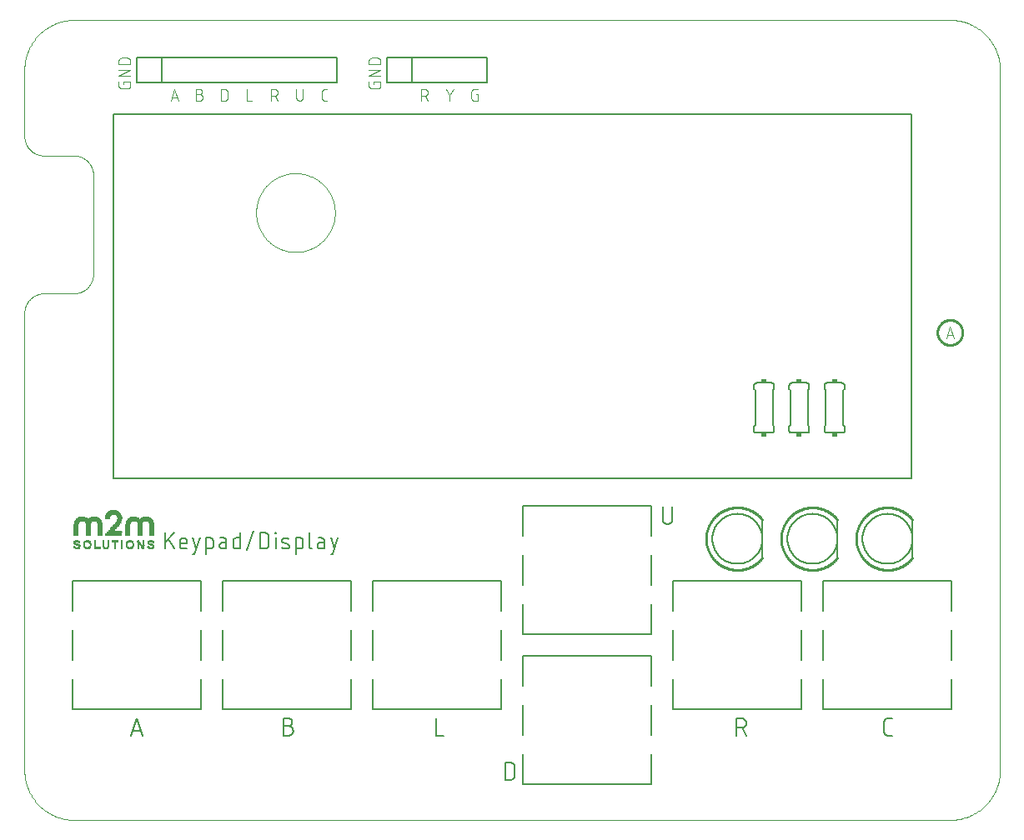
<source format=gto>
G75*
%MOIN*%
%OFA0B0*%
%FSLAX25Y25*%
%IPPOS*%
%LPD*%
%AMOC8*
5,1,8,0,0,1.08239X$1,22.5*
%
%ADD10C,0.00000*%
%ADD11C,0.00600*%
%ADD12C,0.00400*%
%ADD13C,0.01000*%
%ADD14C,0.00500*%
%ADD15C,0.00800*%
%ADD16R,0.02000X0.01500*%
%ADD17R,0.01170X0.00166*%
%ADD18R,0.01160X0.00166*%
%ADD19R,0.02500X0.00166*%
%ADD20R,0.00670X0.00166*%
%ADD21R,0.00830X0.00166*%
%ADD22R,0.00660X0.00166*%
%ADD23R,0.02000X0.00167*%
%ADD24R,0.01840X0.00167*%
%ADD25R,0.02500X0.00167*%
%ADD26R,0.00670X0.00167*%
%ADD27R,0.00830X0.00167*%
%ADD28R,0.00660X0.00167*%
%ADD29R,0.01000X0.00167*%
%ADD30R,0.01830X0.00167*%
%ADD31R,0.02330X0.00167*%
%ADD32R,0.02160X0.00167*%
%ADD33R,0.01170X0.00167*%
%ADD34R,0.02170X0.00167*%
%ADD35R,0.02330X0.00166*%
%ADD36R,0.01330X0.00167*%
%ADD37R,0.01160X0.00167*%
%ADD38R,0.00840X0.00167*%
%ADD39R,0.00840X0.00166*%
%ADD40R,0.01500X0.00166*%
%ADD41R,0.01500X0.00167*%
%ADD42R,0.01670X0.00167*%
%ADD43R,0.01830X0.00166*%
%ADD44R,0.01660X0.00166*%
%ADD45R,0.01840X0.00166*%
%ADD46R,0.01000X0.00166*%
%ADD47R,0.01330X0.00166*%
%ADD48R,0.02670X0.00167*%
%ADD49R,0.02840X0.00167*%
%ADD50R,0.02340X0.00166*%
%ADD51R,0.01660X0.00167*%
%ADD52R,0.02000X0.00166*%
%ADD53R,0.06830X0.00166*%
%ADD54R,0.06670X0.00167*%
%ADD55R,0.06500X0.00167*%
%ADD56R,0.06500X0.00166*%
%ADD57R,0.06330X0.00167*%
%ADD58R,0.06170X0.00167*%
%ADD59R,0.06000X0.00166*%
%ADD60R,0.05830X0.00167*%
%ADD61R,0.05670X0.00167*%
%ADD62R,0.05500X0.00166*%
%ADD63R,0.05500X0.00167*%
%ADD64R,0.02340X0.00167*%
%ADD65R,0.02170X0.00166*%
%ADD66R,0.02160X0.00166*%
%ADD67R,0.02830X0.00167*%
%ADD68R,0.03500X0.00166*%
%ADD69R,0.10660X0.00167*%
%ADD70R,0.10670X0.00167*%
%ADD71R,0.10340X0.00166*%
%ADD72R,0.10330X0.00166*%
%ADD73R,0.10170X0.00167*%
%ADD74R,0.10160X0.00167*%
%ADD75R,0.10000X0.00167*%
%ADD76R,0.09660X0.00166*%
%ADD77R,0.04840X0.00166*%
%ADD78R,0.04670X0.00166*%
%ADD79R,0.04500X0.00167*%
%ADD80R,0.04000X0.00167*%
%ADD81R,0.06160X0.00167*%
%ADD82R,0.05840X0.00166*%
%ADD83R,0.05160X0.00166*%
%ADD84R,0.04840X0.00167*%
%ADD85R,0.03840X0.00166*%
%ADD86R,0.03500X0.00167*%
D10*
X0063342Y0020985D02*
X0063342Y0204056D01*
X0063344Y0204246D01*
X0063351Y0204436D01*
X0063363Y0204626D01*
X0063379Y0204816D01*
X0063399Y0205005D01*
X0063425Y0205194D01*
X0063454Y0205382D01*
X0063489Y0205569D01*
X0063528Y0205755D01*
X0063571Y0205940D01*
X0063619Y0206125D01*
X0063671Y0206308D01*
X0063727Y0206489D01*
X0063788Y0206669D01*
X0063854Y0206848D01*
X0063923Y0207025D01*
X0063997Y0207201D01*
X0064075Y0207374D01*
X0064158Y0207546D01*
X0064244Y0207715D01*
X0064334Y0207883D01*
X0064429Y0208048D01*
X0064527Y0208211D01*
X0064630Y0208371D01*
X0064736Y0208529D01*
X0064846Y0208684D01*
X0064959Y0208837D01*
X0065077Y0208987D01*
X0065198Y0209133D01*
X0065322Y0209277D01*
X0065450Y0209418D01*
X0065581Y0209556D01*
X0065716Y0209691D01*
X0065854Y0209822D01*
X0065995Y0209950D01*
X0066139Y0210074D01*
X0066285Y0210195D01*
X0066435Y0210313D01*
X0066588Y0210426D01*
X0066743Y0210536D01*
X0066901Y0210642D01*
X0067061Y0210745D01*
X0067224Y0210843D01*
X0067389Y0210938D01*
X0067557Y0211028D01*
X0067726Y0211114D01*
X0067898Y0211197D01*
X0068071Y0211275D01*
X0068247Y0211349D01*
X0068424Y0211418D01*
X0068603Y0211484D01*
X0068783Y0211545D01*
X0068964Y0211601D01*
X0069147Y0211653D01*
X0069332Y0211701D01*
X0069517Y0211744D01*
X0069703Y0211783D01*
X0069890Y0211818D01*
X0070078Y0211847D01*
X0070267Y0211873D01*
X0070456Y0211893D01*
X0070646Y0211909D01*
X0070836Y0211921D01*
X0071026Y0211928D01*
X0071216Y0211930D01*
X0083027Y0211930D01*
X0083217Y0211932D01*
X0083407Y0211939D01*
X0083597Y0211951D01*
X0083787Y0211967D01*
X0083976Y0211987D01*
X0084165Y0212013D01*
X0084353Y0212042D01*
X0084540Y0212077D01*
X0084726Y0212116D01*
X0084911Y0212159D01*
X0085096Y0212207D01*
X0085279Y0212259D01*
X0085460Y0212315D01*
X0085640Y0212376D01*
X0085819Y0212442D01*
X0085996Y0212511D01*
X0086172Y0212585D01*
X0086345Y0212663D01*
X0086517Y0212746D01*
X0086686Y0212832D01*
X0086854Y0212922D01*
X0087019Y0213017D01*
X0087182Y0213115D01*
X0087342Y0213218D01*
X0087500Y0213324D01*
X0087655Y0213434D01*
X0087808Y0213547D01*
X0087958Y0213665D01*
X0088104Y0213786D01*
X0088248Y0213910D01*
X0088389Y0214038D01*
X0088527Y0214169D01*
X0088662Y0214304D01*
X0088793Y0214442D01*
X0088921Y0214583D01*
X0089045Y0214727D01*
X0089166Y0214873D01*
X0089284Y0215023D01*
X0089397Y0215176D01*
X0089507Y0215331D01*
X0089613Y0215489D01*
X0089716Y0215649D01*
X0089814Y0215812D01*
X0089909Y0215977D01*
X0089999Y0216145D01*
X0090085Y0216314D01*
X0090168Y0216486D01*
X0090246Y0216659D01*
X0090320Y0216835D01*
X0090389Y0217012D01*
X0090455Y0217191D01*
X0090516Y0217371D01*
X0090572Y0217552D01*
X0090624Y0217735D01*
X0090672Y0217920D01*
X0090715Y0218105D01*
X0090754Y0218291D01*
X0090789Y0218478D01*
X0090818Y0218666D01*
X0090844Y0218855D01*
X0090864Y0219044D01*
X0090880Y0219234D01*
X0090892Y0219424D01*
X0090899Y0219614D01*
X0090901Y0219804D01*
X0090901Y0259174D01*
X0090899Y0259364D01*
X0090892Y0259554D01*
X0090880Y0259744D01*
X0090864Y0259934D01*
X0090844Y0260123D01*
X0090818Y0260312D01*
X0090789Y0260500D01*
X0090754Y0260687D01*
X0090715Y0260873D01*
X0090672Y0261058D01*
X0090624Y0261243D01*
X0090572Y0261426D01*
X0090516Y0261607D01*
X0090455Y0261787D01*
X0090389Y0261966D01*
X0090320Y0262143D01*
X0090246Y0262319D01*
X0090168Y0262492D01*
X0090085Y0262664D01*
X0089999Y0262833D01*
X0089909Y0263001D01*
X0089814Y0263166D01*
X0089716Y0263329D01*
X0089613Y0263489D01*
X0089507Y0263647D01*
X0089397Y0263802D01*
X0089284Y0263955D01*
X0089166Y0264105D01*
X0089045Y0264251D01*
X0088921Y0264395D01*
X0088793Y0264536D01*
X0088662Y0264674D01*
X0088527Y0264809D01*
X0088389Y0264940D01*
X0088248Y0265068D01*
X0088104Y0265192D01*
X0087958Y0265313D01*
X0087808Y0265431D01*
X0087655Y0265544D01*
X0087500Y0265654D01*
X0087342Y0265760D01*
X0087182Y0265863D01*
X0087019Y0265961D01*
X0086854Y0266056D01*
X0086686Y0266146D01*
X0086517Y0266232D01*
X0086345Y0266315D01*
X0086172Y0266393D01*
X0085996Y0266467D01*
X0085819Y0266536D01*
X0085640Y0266602D01*
X0085460Y0266663D01*
X0085279Y0266719D01*
X0085096Y0266771D01*
X0084911Y0266819D01*
X0084726Y0266862D01*
X0084540Y0266901D01*
X0084353Y0266936D01*
X0084165Y0266965D01*
X0083976Y0266991D01*
X0083787Y0267011D01*
X0083597Y0267027D01*
X0083407Y0267039D01*
X0083217Y0267046D01*
X0083027Y0267048D01*
X0071216Y0267048D01*
X0071026Y0267050D01*
X0070836Y0267057D01*
X0070646Y0267069D01*
X0070456Y0267085D01*
X0070267Y0267105D01*
X0070078Y0267131D01*
X0069890Y0267160D01*
X0069703Y0267195D01*
X0069517Y0267234D01*
X0069332Y0267277D01*
X0069147Y0267325D01*
X0068964Y0267377D01*
X0068783Y0267433D01*
X0068603Y0267494D01*
X0068424Y0267560D01*
X0068247Y0267629D01*
X0068071Y0267703D01*
X0067898Y0267781D01*
X0067726Y0267864D01*
X0067557Y0267950D01*
X0067389Y0268040D01*
X0067224Y0268135D01*
X0067061Y0268233D01*
X0066901Y0268336D01*
X0066743Y0268442D01*
X0066588Y0268552D01*
X0066435Y0268665D01*
X0066285Y0268783D01*
X0066139Y0268904D01*
X0065995Y0269028D01*
X0065854Y0269156D01*
X0065716Y0269287D01*
X0065581Y0269422D01*
X0065450Y0269560D01*
X0065322Y0269701D01*
X0065198Y0269845D01*
X0065077Y0269991D01*
X0064959Y0270141D01*
X0064846Y0270294D01*
X0064736Y0270449D01*
X0064630Y0270607D01*
X0064527Y0270767D01*
X0064429Y0270930D01*
X0064334Y0271095D01*
X0064244Y0271263D01*
X0064158Y0271432D01*
X0064075Y0271604D01*
X0063997Y0271777D01*
X0063923Y0271953D01*
X0063854Y0272130D01*
X0063788Y0272309D01*
X0063727Y0272489D01*
X0063671Y0272670D01*
X0063619Y0272853D01*
X0063571Y0273038D01*
X0063528Y0273223D01*
X0063489Y0273409D01*
X0063454Y0273596D01*
X0063425Y0273784D01*
X0063399Y0273973D01*
X0063379Y0274162D01*
X0063363Y0274352D01*
X0063351Y0274542D01*
X0063344Y0274732D01*
X0063342Y0274922D01*
X0063342Y0301300D01*
X0063348Y0301783D01*
X0063365Y0302266D01*
X0063395Y0302749D01*
X0063435Y0303230D01*
X0063488Y0303711D01*
X0063552Y0304190D01*
X0063627Y0304667D01*
X0063715Y0305143D01*
X0063813Y0305616D01*
X0063923Y0306086D01*
X0064044Y0306554D01*
X0064177Y0307019D01*
X0064321Y0307480D01*
X0064476Y0307938D01*
X0064642Y0308392D01*
X0064819Y0308842D01*
X0065006Y0309287D01*
X0065205Y0309728D01*
X0065413Y0310164D01*
X0065633Y0310594D01*
X0065863Y0311020D01*
X0066103Y0311439D01*
X0066353Y0311853D01*
X0066613Y0312260D01*
X0066882Y0312661D01*
X0067162Y0313056D01*
X0067450Y0313443D01*
X0067749Y0313824D01*
X0068056Y0314197D01*
X0068372Y0314562D01*
X0068697Y0314920D01*
X0069030Y0315270D01*
X0069372Y0315612D01*
X0069722Y0315945D01*
X0070080Y0316270D01*
X0070445Y0316586D01*
X0070818Y0316893D01*
X0071199Y0317192D01*
X0071586Y0317480D01*
X0071981Y0317760D01*
X0072382Y0318029D01*
X0072789Y0318289D01*
X0073203Y0318539D01*
X0073622Y0318779D01*
X0074048Y0319009D01*
X0074478Y0319229D01*
X0074914Y0319437D01*
X0075355Y0319636D01*
X0075800Y0319823D01*
X0076250Y0320000D01*
X0076704Y0320166D01*
X0077162Y0320321D01*
X0077623Y0320465D01*
X0078088Y0320598D01*
X0078556Y0320719D01*
X0079026Y0320829D01*
X0079499Y0320927D01*
X0079975Y0321015D01*
X0080452Y0321090D01*
X0080931Y0321154D01*
X0081412Y0321207D01*
X0081893Y0321247D01*
X0082376Y0321277D01*
X0082859Y0321294D01*
X0083342Y0321300D01*
X0433342Y0321300D01*
X0433825Y0321294D01*
X0434308Y0321277D01*
X0434791Y0321247D01*
X0435272Y0321207D01*
X0435753Y0321154D01*
X0436232Y0321090D01*
X0436709Y0321015D01*
X0437185Y0320927D01*
X0437658Y0320829D01*
X0438128Y0320719D01*
X0438596Y0320598D01*
X0439061Y0320465D01*
X0439522Y0320321D01*
X0439980Y0320166D01*
X0440434Y0320000D01*
X0440884Y0319823D01*
X0441329Y0319636D01*
X0441770Y0319437D01*
X0442206Y0319229D01*
X0442636Y0319009D01*
X0443062Y0318779D01*
X0443481Y0318539D01*
X0443895Y0318289D01*
X0444302Y0318029D01*
X0444703Y0317760D01*
X0445098Y0317480D01*
X0445485Y0317192D01*
X0445866Y0316893D01*
X0446239Y0316586D01*
X0446604Y0316270D01*
X0446962Y0315945D01*
X0447312Y0315612D01*
X0447654Y0315270D01*
X0447987Y0314920D01*
X0448312Y0314562D01*
X0448628Y0314197D01*
X0448935Y0313824D01*
X0449234Y0313443D01*
X0449522Y0313056D01*
X0449802Y0312661D01*
X0450071Y0312260D01*
X0450331Y0311853D01*
X0450581Y0311439D01*
X0450821Y0311020D01*
X0451051Y0310594D01*
X0451271Y0310164D01*
X0451479Y0309728D01*
X0451678Y0309287D01*
X0451865Y0308842D01*
X0452042Y0308392D01*
X0452208Y0307938D01*
X0452363Y0307480D01*
X0452507Y0307019D01*
X0452640Y0306554D01*
X0452761Y0306086D01*
X0452871Y0305616D01*
X0452969Y0305143D01*
X0453057Y0304667D01*
X0453132Y0304190D01*
X0453196Y0303711D01*
X0453249Y0303230D01*
X0453289Y0302749D01*
X0453319Y0302266D01*
X0453336Y0301783D01*
X0453342Y0301300D01*
X0453342Y0021300D01*
X0453336Y0020817D01*
X0453319Y0020334D01*
X0453289Y0019851D01*
X0453249Y0019370D01*
X0453196Y0018889D01*
X0453132Y0018410D01*
X0453057Y0017933D01*
X0452969Y0017457D01*
X0452871Y0016984D01*
X0452761Y0016514D01*
X0452640Y0016046D01*
X0452507Y0015581D01*
X0452363Y0015120D01*
X0452208Y0014662D01*
X0452042Y0014208D01*
X0451865Y0013758D01*
X0451678Y0013313D01*
X0451479Y0012872D01*
X0451271Y0012436D01*
X0451051Y0012006D01*
X0450821Y0011580D01*
X0450581Y0011161D01*
X0450331Y0010747D01*
X0450071Y0010340D01*
X0449802Y0009939D01*
X0449522Y0009544D01*
X0449234Y0009157D01*
X0448935Y0008776D01*
X0448628Y0008403D01*
X0448312Y0008038D01*
X0447987Y0007680D01*
X0447654Y0007330D01*
X0447312Y0006988D01*
X0446962Y0006655D01*
X0446604Y0006330D01*
X0446239Y0006014D01*
X0445866Y0005707D01*
X0445485Y0005408D01*
X0445098Y0005120D01*
X0444703Y0004840D01*
X0444302Y0004571D01*
X0443895Y0004311D01*
X0443481Y0004061D01*
X0443062Y0003821D01*
X0442636Y0003591D01*
X0442206Y0003371D01*
X0441770Y0003163D01*
X0441329Y0002964D01*
X0440884Y0002777D01*
X0440434Y0002600D01*
X0439980Y0002434D01*
X0439522Y0002279D01*
X0439061Y0002135D01*
X0438596Y0002002D01*
X0438128Y0001881D01*
X0437658Y0001771D01*
X0437185Y0001673D01*
X0436709Y0001585D01*
X0436232Y0001510D01*
X0435753Y0001446D01*
X0435272Y0001393D01*
X0434791Y0001353D01*
X0434308Y0001323D01*
X0433825Y0001306D01*
X0433342Y0001300D01*
X0083342Y0001300D01*
X0082859Y0001306D01*
X0082376Y0001323D01*
X0081893Y0001353D01*
X0081412Y0001393D01*
X0080931Y0001446D01*
X0080452Y0001510D01*
X0079975Y0001585D01*
X0079499Y0001673D01*
X0079026Y0001771D01*
X0078556Y0001881D01*
X0078088Y0002002D01*
X0077623Y0002135D01*
X0077162Y0002279D01*
X0076704Y0002434D01*
X0076250Y0002600D01*
X0075800Y0002777D01*
X0075355Y0002964D01*
X0074914Y0003163D01*
X0074478Y0003371D01*
X0074048Y0003591D01*
X0073622Y0003821D01*
X0073203Y0004061D01*
X0072789Y0004311D01*
X0072382Y0004571D01*
X0071981Y0004840D01*
X0071586Y0005120D01*
X0071199Y0005408D01*
X0070818Y0005707D01*
X0070445Y0006014D01*
X0070080Y0006330D01*
X0069722Y0006655D01*
X0069372Y0006988D01*
X0069030Y0007330D01*
X0068697Y0007680D01*
X0068372Y0008038D01*
X0068056Y0008403D01*
X0067749Y0008776D01*
X0067450Y0009157D01*
X0067162Y0009544D01*
X0066882Y0009939D01*
X0066613Y0010340D01*
X0066353Y0010747D01*
X0066103Y0011161D01*
X0065863Y0011580D01*
X0065633Y0012006D01*
X0065413Y0012436D01*
X0065205Y0012872D01*
X0065006Y0013313D01*
X0064819Y0013758D01*
X0064642Y0014208D01*
X0064476Y0014662D01*
X0064321Y0015120D01*
X0064177Y0015581D01*
X0064044Y0016046D01*
X0063923Y0016514D01*
X0063813Y0016984D01*
X0063715Y0017457D01*
X0063627Y0017933D01*
X0063552Y0018410D01*
X0063488Y0018889D01*
X0063435Y0019370D01*
X0063395Y0019851D01*
X0063365Y0020334D01*
X0063348Y0020817D01*
X0063342Y0021300D01*
X0155980Y0244233D02*
X0155985Y0244619D01*
X0155999Y0245006D01*
X0156023Y0245391D01*
X0156056Y0245777D01*
X0156098Y0246161D01*
X0156150Y0246544D01*
X0156212Y0246925D01*
X0156283Y0247305D01*
X0156363Y0247683D01*
X0156452Y0248059D01*
X0156550Y0248433D01*
X0156658Y0248804D01*
X0156775Y0249173D01*
X0156901Y0249538D01*
X0157035Y0249901D01*
X0157179Y0250259D01*
X0157331Y0250615D01*
X0157492Y0250966D01*
X0157662Y0251313D01*
X0157840Y0251657D01*
X0158026Y0251995D01*
X0158220Y0252329D01*
X0158423Y0252658D01*
X0158634Y0252982D01*
X0158853Y0253301D01*
X0159079Y0253614D01*
X0159313Y0253922D01*
X0159555Y0254223D01*
X0159803Y0254519D01*
X0160060Y0254809D01*
X0160323Y0255092D01*
X0160592Y0255369D01*
X0160869Y0255638D01*
X0161152Y0255901D01*
X0161442Y0256158D01*
X0161738Y0256406D01*
X0162039Y0256648D01*
X0162347Y0256882D01*
X0162660Y0257108D01*
X0162979Y0257327D01*
X0163303Y0257538D01*
X0163632Y0257741D01*
X0163966Y0257935D01*
X0164304Y0258121D01*
X0164648Y0258299D01*
X0164995Y0258469D01*
X0165346Y0258630D01*
X0165702Y0258782D01*
X0166060Y0258926D01*
X0166423Y0259060D01*
X0166788Y0259186D01*
X0167157Y0259303D01*
X0167528Y0259411D01*
X0167902Y0259509D01*
X0168278Y0259598D01*
X0168656Y0259678D01*
X0169036Y0259749D01*
X0169417Y0259811D01*
X0169800Y0259863D01*
X0170184Y0259905D01*
X0170570Y0259938D01*
X0170955Y0259962D01*
X0171342Y0259976D01*
X0171728Y0259981D01*
X0172114Y0259976D01*
X0172501Y0259962D01*
X0172886Y0259938D01*
X0173272Y0259905D01*
X0173656Y0259863D01*
X0174039Y0259811D01*
X0174420Y0259749D01*
X0174800Y0259678D01*
X0175178Y0259598D01*
X0175554Y0259509D01*
X0175928Y0259411D01*
X0176299Y0259303D01*
X0176668Y0259186D01*
X0177033Y0259060D01*
X0177396Y0258926D01*
X0177754Y0258782D01*
X0178110Y0258630D01*
X0178461Y0258469D01*
X0178808Y0258299D01*
X0179152Y0258121D01*
X0179490Y0257935D01*
X0179824Y0257741D01*
X0180153Y0257538D01*
X0180477Y0257327D01*
X0180796Y0257108D01*
X0181109Y0256882D01*
X0181417Y0256648D01*
X0181718Y0256406D01*
X0182014Y0256158D01*
X0182304Y0255901D01*
X0182587Y0255638D01*
X0182864Y0255369D01*
X0183133Y0255092D01*
X0183396Y0254809D01*
X0183653Y0254519D01*
X0183901Y0254223D01*
X0184143Y0253922D01*
X0184377Y0253614D01*
X0184603Y0253301D01*
X0184822Y0252982D01*
X0185033Y0252658D01*
X0185236Y0252329D01*
X0185430Y0251995D01*
X0185616Y0251657D01*
X0185794Y0251313D01*
X0185964Y0250966D01*
X0186125Y0250615D01*
X0186277Y0250259D01*
X0186421Y0249901D01*
X0186555Y0249538D01*
X0186681Y0249173D01*
X0186798Y0248804D01*
X0186906Y0248433D01*
X0187004Y0248059D01*
X0187093Y0247683D01*
X0187173Y0247305D01*
X0187244Y0246925D01*
X0187306Y0246544D01*
X0187358Y0246161D01*
X0187400Y0245777D01*
X0187433Y0245391D01*
X0187457Y0245006D01*
X0187471Y0244619D01*
X0187476Y0244233D01*
X0187471Y0243847D01*
X0187457Y0243460D01*
X0187433Y0243075D01*
X0187400Y0242689D01*
X0187358Y0242305D01*
X0187306Y0241922D01*
X0187244Y0241541D01*
X0187173Y0241161D01*
X0187093Y0240783D01*
X0187004Y0240407D01*
X0186906Y0240033D01*
X0186798Y0239662D01*
X0186681Y0239293D01*
X0186555Y0238928D01*
X0186421Y0238565D01*
X0186277Y0238207D01*
X0186125Y0237851D01*
X0185964Y0237500D01*
X0185794Y0237153D01*
X0185616Y0236809D01*
X0185430Y0236471D01*
X0185236Y0236137D01*
X0185033Y0235808D01*
X0184822Y0235484D01*
X0184603Y0235165D01*
X0184377Y0234852D01*
X0184143Y0234544D01*
X0183901Y0234243D01*
X0183653Y0233947D01*
X0183396Y0233657D01*
X0183133Y0233374D01*
X0182864Y0233097D01*
X0182587Y0232828D01*
X0182304Y0232565D01*
X0182014Y0232308D01*
X0181718Y0232060D01*
X0181417Y0231818D01*
X0181109Y0231584D01*
X0180796Y0231358D01*
X0180477Y0231139D01*
X0180153Y0230928D01*
X0179824Y0230725D01*
X0179490Y0230531D01*
X0179152Y0230345D01*
X0178808Y0230167D01*
X0178461Y0229997D01*
X0178110Y0229836D01*
X0177754Y0229684D01*
X0177396Y0229540D01*
X0177033Y0229406D01*
X0176668Y0229280D01*
X0176299Y0229163D01*
X0175928Y0229055D01*
X0175554Y0228957D01*
X0175178Y0228868D01*
X0174800Y0228788D01*
X0174420Y0228717D01*
X0174039Y0228655D01*
X0173656Y0228603D01*
X0173272Y0228561D01*
X0172886Y0228528D01*
X0172501Y0228504D01*
X0172114Y0228490D01*
X0171728Y0228485D01*
X0171342Y0228490D01*
X0170955Y0228504D01*
X0170570Y0228528D01*
X0170184Y0228561D01*
X0169800Y0228603D01*
X0169417Y0228655D01*
X0169036Y0228717D01*
X0168656Y0228788D01*
X0168278Y0228868D01*
X0167902Y0228957D01*
X0167528Y0229055D01*
X0167157Y0229163D01*
X0166788Y0229280D01*
X0166423Y0229406D01*
X0166060Y0229540D01*
X0165702Y0229684D01*
X0165346Y0229836D01*
X0164995Y0229997D01*
X0164648Y0230167D01*
X0164304Y0230345D01*
X0163966Y0230531D01*
X0163632Y0230725D01*
X0163303Y0230928D01*
X0162979Y0231139D01*
X0162660Y0231358D01*
X0162347Y0231584D01*
X0162039Y0231818D01*
X0161738Y0232060D01*
X0161442Y0232308D01*
X0161152Y0232565D01*
X0160869Y0232828D01*
X0160592Y0233097D01*
X0160323Y0233374D01*
X0160060Y0233657D01*
X0159803Y0233947D01*
X0159555Y0234243D01*
X0159313Y0234544D01*
X0159079Y0234852D01*
X0158853Y0235165D01*
X0158634Y0235484D01*
X0158423Y0235808D01*
X0158220Y0236137D01*
X0158026Y0236471D01*
X0157840Y0236809D01*
X0157662Y0237153D01*
X0157492Y0237500D01*
X0157331Y0237851D01*
X0157179Y0238207D01*
X0157035Y0238565D01*
X0156901Y0238928D01*
X0156775Y0239293D01*
X0156658Y0239662D01*
X0156550Y0240033D01*
X0156452Y0240407D01*
X0156363Y0240783D01*
X0156283Y0241161D01*
X0156212Y0241541D01*
X0156150Y0241922D01*
X0156098Y0242305D01*
X0156056Y0242689D01*
X0156023Y0243075D01*
X0155999Y0243460D01*
X0155985Y0243847D01*
X0155980Y0244233D01*
D11*
X0154988Y0116979D02*
X0152144Y0109157D01*
X0149626Y0109868D02*
X0147848Y0109868D01*
X0147848Y0109867D02*
X0147784Y0109869D01*
X0147719Y0109875D01*
X0147656Y0109884D01*
X0147593Y0109898D01*
X0147531Y0109915D01*
X0147470Y0109936D01*
X0147410Y0109961D01*
X0147352Y0109989D01*
X0147296Y0110021D01*
X0147242Y0110056D01*
X0147190Y0110094D01*
X0147140Y0110135D01*
X0147094Y0110180D01*
X0147049Y0110226D01*
X0147008Y0110276D01*
X0146970Y0110328D01*
X0146935Y0110382D01*
X0146903Y0110438D01*
X0146875Y0110496D01*
X0146850Y0110556D01*
X0146829Y0110617D01*
X0146812Y0110679D01*
X0146798Y0110742D01*
X0146789Y0110805D01*
X0146783Y0110870D01*
X0146781Y0110934D01*
X0146782Y0110934D02*
X0146782Y0113068D01*
X0146781Y0113068D02*
X0146783Y0113132D01*
X0146789Y0113197D01*
X0146798Y0113260D01*
X0146812Y0113323D01*
X0146829Y0113385D01*
X0146850Y0113446D01*
X0146875Y0113506D01*
X0146903Y0113564D01*
X0146935Y0113620D01*
X0146970Y0113674D01*
X0147008Y0113726D01*
X0147049Y0113776D01*
X0147094Y0113822D01*
X0147140Y0113867D01*
X0147190Y0113908D01*
X0147242Y0113946D01*
X0147296Y0113981D01*
X0147352Y0114013D01*
X0147410Y0114041D01*
X0147470Y0114066D01*
X0147531Y0114087D01*
X0147593Y0114104D01*
X0147656Y0114118D01*
X0147719Y0114127D01*
X0147784Y0114133D01*
X0147848Y0114135D01*
X0147848Y0114134D02*
X0149626Y0114134D01*
X0149626Y0116268D02*
X0149626Y0109868D01*
X0144087Y0109868D02*
X0144087Y0113068D01*
X0144087Y0112357D02*
X0142487Y0112357D01*
X0144088Y0113068D02*
X0144086Y0113132D01*
X0144080Y0113197D01*
X0144071Y0113260D01*
X0144057Y0113323D01*
X0144040Y0113385D01*
X0144019Y0113446D01*
X0143994Y0113506D01*
X0143966Y0113564D01*
X0143934Y0113620D01*
X0143899Y0113674D01*
X0143861Y0113726D01*
X0143820Y0113776D01*
X0143775Y0113822D01*
X0143729Y0113867D01*
X0143679Y0113908D01*
X0143627Y0113946D01*
X0143573Y0113981D01*
X0143517Y0114013D01*
X0143459Y0114041D01*
X0143399Y0114066D01*
X0143338Y0114087D01*
X0143276Y0114104D01*
X0143213Y0114118D01*
X0143150Y0114127D01*
X0143085Y0114133D01*
X0143021Y0114135D01*
X0143021Y0114134D02*
X0141599Y0114134D01*
X0138812Y0113068D02*
X0138812Y0110934D01*
X0138810Y0110870D01*
X0138804Y0110805D01*
X0138795Y0110742D01*
X0138781Y0110679D01*
X0138764Y0110617D01*
X0138743Y0110556D01*
X0138718Y0110496D01*
X0138690Y0110438D01*
X0138658Y0110382D01*
X0138623Y0110328D01*
X0138585Y0110276D01*
X0138544Y0110226D01*
X0138499Y0110180D01*
X0138453Y0110135D01*
X0138403Y0110094D01*
X0138351Y0110056D01*
X0138297Y0110021D01*
X0138241Y0109989D01*
X0138183Y0109961D01*
X0138123Y0109936D01*
X0138062Y0109915D01*
X0138000Y0109898D01*
X0137937Y0109884D01*
X0137874Y0109875D01*
X0137809Y0109869D01*
X0137745Y0109867D01*
X0137745Y0109868D02*
X0135967Y0109868D01*
X0135967Y0107734D02*
X0135967Y0114134D01*
X0137745Y0114134D01*
X0137745Y0114135D02*
X0137809Y0114133D01*
X0137874Y0114127D01*
X0137937Y0114118D01*
X0138000Y0114104D01*
X0138062Y0114087D01*
X0138123Y0114066D01*
X0138183Y0114041D01*
X0138241Y0114013D01*
X0138297Y0113981D01*
X0138351Y0113946D01*
X0138403Y0113908D01*
X0138453Y0113867D01*
X0138499Y0113822D01*
X0138544Y0113776D01*
X0138585Y0113726D01*
X0138623Y0113674D01*
X0138658Y0113620D01*
X0138690Y0113564D01*
X0138718Y0113506D01*
X0138743Y0113446D01*
X0138764Y0113385D01*
X0138781Y0113323D01*
X0138795Y0113260D01*
X0138804Y0113197D01*
X0138810Y0113132D01*
X0138812Y0113068D01*
X0142487Y0112356D02*
X0142417Y0112354D01*
X0142348Y0112348D01*
X0142279Y0112338D01*
X0142210Y0112325D01*
X0142143Y0112307D01*
X0142076Y0112286D01*
X0142011Y0112261D01*
X0141947Y0112233D01*
X0141885Y0112201D01*
X0141825Y0112165D01*
X0141767Y0112127D01*
X0141711Y0112085D01*
X0141658Y0112040D01*
X0141607Y0111992D01*
X0141559Y0111941D01*
X0141514Y0111888D01*
X0141472Y0111832D01*
X0141434Y0111774D01*
X0141398Y0111714D01*
X0141366Y0111652D01*
X0141338Y0111588D01*
X0141313Y0111523D01*
X0141292Y0111456D01*
X0141274Y0111389D01*
X0141261Y0111320D01*
X0141251Y0111251D01*
X0141245Y0111182D01*
X0141243Y0111112D01*
X0141245Y0111042D01*
X0141251Y0110973D01*
X0141261Y0110904D01*
X0141274Y0110835D01*
X0141292Y0110768D01*
X0141313Y0110701D01*
X0141338Y0110636D01*
X0141366Y0110572D01*
X0141398Y0110510D01*
X0141434Y0110450D01*
X0141472Y0110392D01*
X0141514Y0110336D01*
X0141559Y0110283D01*
X0141607Y0110232D01*
X0141658Y0110184D01*
X0141711Y0110139D01*
X0141767Y0110097D01*
X0141825Y0110059D01*
X0141885Y0110023D01*
X0141947Y0109991D01*
X0142011Y0109963D01*
X0142076Y0109938D01*
X0142143Y0109917D01*
X0142210Y0109899D01*
X0142279Y0109886D01*
X0142348Y0109876D01*
X0142417Y0109870D01*
X0142487Y0109868D01*
X0144087Y0109868D01*
X0157532Y0109868D02*
X0157532Y0116268D01*
X0159310Y0116268D01*
X0159392Y0116266D01*
X0159474Y0116260D01*
X0159556Y0116251D01*
X0159637Y0116238D01*
X0159717Y0116221D01*
X0159797Y0116200D01*
X0159875Y0116176D01*
X0159952Y0116148D01*
X0160028Y0116117D01*
X0160103Y0116082D01*
X0160175Y0116043D01*
X0160246Y0116002D01*
X0160315Y0115957D01*
X0160381Y0115909D01*
X0160446Y0115858D01*
X0160508Y0115804D01*
X0160567Y0115747D01*
X0160624Y0115688D01*
X0160678Y0115626D01*
X0160729Y0115561D01*
X0160777Y0115495D01*
X0160822Y0115426D01*
X0160863Y0115355D01*
X0160902Y0115283D01*
X0160937Y0115208D01*
X0160968Y0115132D01*
X0160996Y0115055D01*
X0161020Y0114977D01*
X0161041Y0114897D01*
X0161058Y0114817D01*
X0161071Y0114736D01*
X0161080Y0114654D01*
X0161086Y0114572D01*
X0161088Y0114490D01*
X0161088Y0111645D01*
X0161086Y0111563D01*
X0161080Y0111481D01*
X0161071Y0111399D01*
X0161058Y0111318D01*
X0161041Y0111238D01*
X0161020Y0111158D01*
X0160996Y0111080D01*
X0160968Y0111003D01*
X0160937Y0110927D01*
X0160902Y0110852D01*
X0160863Y0110780D01*
X0160822Y0110709D01*
X0160777Y0110640D01*
X0160729Y0110574D01*
X0160678Y0110509D01*
X0160624Y0110447D01*
X0160567Y0110388D01*
X0160508Y0110331D01*
X0160446Y0110277D01*
X0160381Y0110226D01*
X0160315Y0110178D01*
X0160246Y0110133D01*
X0160175Y0110092D01*
X0160103Y0110053D01*
X0160028Y0110018D01*
X0159952Y0109987D01*
X0159875Y0109959D01*
X0159797Y0109935D01*
X0159717Y0109914D01*
X0159637Y0109897D01*
X0159556Y0109884D01*
X0159474Y0109875D01*
X0159392Y0109869D01*
X0159310Y0109867D01*
X0159310Y0109868D02*
X0157532Y0109868D01*
X0163823Y0109868D02*
X0163823Y0114134D01*
X0164001Y0115912D02*
X0163645Y0115912D01*
X0163645Y0116268D01*
X0164001Y0116268D01*
X0164001Y0115912D01*
X0167187Y0114135D02*
X0167128Y0114134D01*
X0167068Y0114129D01*
X0167010Y0114120D01*
X0166951Y0114108D01*
X0166894Y0114091D01*
X0166838Y0114072D01*
X0166783Y0114048D01*
X0166730Y0114021D01*
X0166679Y0113991D01*
X0166630Y0113957D01*
X0166583Y0113921D01*
X0166539Y0113881D01*
X0166497Y0113839D01*
X0166458Y0113794D01*
X0166422Y0113746D01*
X0166389Y0113697D01*
X0166360Y0113645D01*
X0166333Y0113592D01*
X0166311Y0113537D01*
X0166292Y0113480D01*
X0166276Y0113423D01*
X0166265Y0113365D01*
X0166257Y0113306D01*
X0166253Y0113246D01*
X0166252Y0113187D01*
X0166256Y0113127D01*
X0166263Y0113068D01*
X0166275Y0113010D01*
X0166290Y0112952D01*
X0166308Y0112896D01*
X0166331Y0112841D01*
X0166356Y0112787D01*
X0166386Y0112735D01*
X0166418Y0112685D01*
X0166454Y0112638D01*
X0166492Y0112592D01*
X0166534Y0112550D01*
X0166578Y0112510D01*
X0166624Y0112473D01*
X0166673Y0112439D01*
X0166724Y0112408D01*
X0166777Y0112381D01*
X0166832Y0112357D01*
X0168609Y0111645D01*
X0168609Y0111646D02*
X0168664Y0111622D01*
X0168717Y0111595D01*
X0168768Y0111564D01*
X0168817Y0111530D01*
X0168863Y0111493D01*
X0168907Y0111453D01*
X0168949Y0111411D01*
X0168987Y0111365D01*
X0169023Y0111318D01*
X0169055Y0111268D01*
X0169085Y0111216D01*
X0169110Y0111162D01*
X0169133Y0111107D01*
X0169151Y0111051D01*
X0169166Y0110993D01*
X0169178Y0110935D01*
X0169185Y0110876D01*
X0169189Y0110816D01*
X0169188Y0110757D01*
X0169184Y0110697D01*
X0169176Y0110638D01*
X0169165Y0110580D01*
X0169149Y0110523D01*
X0169130Y0110466D01*
X0169108Y0110411D01*
X0169081Y0110358D01*
X0169052Y0110306D01*
X0169019Y0110257D01*
X0168983Y0110209D01*
X0168944Y0110164D01*
X0168902Y0110122D01*
X0168858Y0110082D01*
X0168811Y0110046D01*
X0168762Y0110012D01*
X0168711Y0109982D01*
X0168658Y0109955D01*
X0168603Y0109931D01*
X0168547Y0109912D01*
X0168490Y0109895D01*
X0168431Y0109883D01*
X0168373Y0109874D01*
X0168313Y0109869D01*
X0168254Y0109868D01*
X0168787Y0113779D02*
X0168679Y0113826D01*
X0168569Y0113869D01*
X0168458Y0113910D01*
X0168346Y0113947D01*
X0168234Y0113981D01*
X0168120Y0114012D01*
X0168005Y0114039D01*
X0167889Y0114063D01*
X0167773Y0114083D01*
X0167657Y0114100D01*
X0167540Y0114114D01*
X0167422Y0114124D01*
X0167305Y0114131D01*
X0167187Y0114135D01*
X0166298Y0110223D02*
X0166443Y0110173D01*
X0166590Y0110127D01*
X0166737Y0110084D01*
X0166886Y0110045D01*
X0167036Y0110010D01*
X0167186Y0109978D01*
X0167337Y0109951D01*
X0167489Y0109927D01*
X0167641Y0109908D01*
X0167794Y0109892D01*
X0167947Y0109880D01*
X0168100Y0109872D01*
X0168254Y0109868D01*
X0171866Y0109868D02*
X0173643Y0109868D01*
X0173643Y0109867D02*
X0173707Y0109869D01*
X0173772Y0109875D01*
X0173835Y0109884D01*
X0173898Y0109898D01*
X0173960Y0109915D01*
X0174021Y0109936D01*
X0174081Y0109961D01*
X0174139Y0109989D01*
X0174195Y0110021D01*
X0174249Y0110056D01*
X0174301Y0110094D01*
X0174351Y0110135D01*
X0174397Y0110180D01*
X0174442Y0110226D01*
X0174483Y0110276D01*
X0174521Y0110328D01*
X0174556Y0110382D01*
X0174588Y0110438D01*
X0174616Y0110496D01*
X0174641Y0110556D01*
X0174662Y0110617D01*
X0174679Y0110679D01*
X0174693Y0110742D01*
X0174702Y0110805D01*
X0174708Y0110870D01*
X0174710Y0110934D01*
X0174710Y0113068D01*
X0174708Y0113132D01*
X0174702Y0113197D01*
X0174693Y0113260D01*
X0174679Y0113323D01*
X0174662Y0113385D01*
X0174641Y0113446D01*
X0174616Y0113506D01*
X0174588Y0113564D01*
X0174556Y0113620D01*
X0174521Y0113674D01*
X0174483Y0113726D01*
X0174442Y0113776D01*
X0174397Y0113822D01*
X0174351Y0113867D01*
X0174301Y0113908D01*
X0174249Y0113946D01*
X0174195Y0113981D01*
X0174139Y0114013D01*
X0174081Y0114041D01*
X0174021Y0114066D01*
X0173960Y0114087D01*
X0173898Y0114104D01*
X0173835Y0114118D01*
X0173772Y0114127D01*
X0173707Y0114133D01*
X0173643Y0114135D01*
X0173643Y0114134D02*
X0171866Y0114134D01*
X0171866Y0107734D01*
X0177264Y0110934D02*
X0177264Y0116268D01*
X0180779Y0114134D02*
X0182201Y0114134D01*
X0182201Y0114135D02*
X0182265Y0114133D01*
X0182330Y0114127D01*
X0182393Y0114118D01*
X0182456Y0114104D01*
X0182518Y0114087D01*
X0182579Y0114066D01*
X0182639Y0114041D01*
X0182697Y0114013D01*
X0182753Y0113981D01*
X0182807Y0113946D01*
X0182859Y0113908D01*
X0182909Y0113867D01*
X0182955Y0113822D01*
X0183000Y0113776D01*
X0183041Y0113726D01*
X0183079Y0113674D01*
X0183114Y0113620D01*
X0183146Y0113564D01*
X0183174Y0113506D01*
X0183199Y0113446D01*
X0183220Y0113385D01*
X0183237Y0113323D01*
X0183251Y0113260D01*
X0183260Y0113197D01*
X0183266Y0113132D01*
X0183268Y0113068D01*
X0183268Y0109868D01*
X0181668Y0109868D01*
X0181598Y0109870D01*
X0181529Y0109876D01*
X0181460Y0109886D01*
X0181391Y0109899D01*
X0181324Y0109917D01*
X0181257Y0109938D01*
X0181192Y0109963D01*
X0181128Y0109991D01*
X0181066Y0110023D01*
X0181006Y0110059D01*
X0180948Y0110097D01*
X0180892Y0110139D01*
X0180839Y0110184D01*
X0180788Y0110232D01*
X0180740Y0110283D01*
X0180695Y0110336D01*
X0180653Y0110392D01*
X0180615Y0110450D01*
X0180579Y0110510D01*
X0180547Y0110572D01*
X0180519Y0110636D01*
X0180494Y0110701D01*
X0180473Y0110768D01*
X0180455Y0110835D01*
X0180442Y0110904D01*
X0180432Y0110973D01*
X0180426Y0111042D01*
X0180424Y0111112D01*
X0180426Y0111182D01*
X0180432Y0111251D01*
X0180442Y0111320D01*
X0180455Y0111389D01*
X0180473Y0111456D01*
X0180494Y0111523D01*
X0180519Y0111588D01*
X0180547Y0111652D01*
X0180579Y0111714D01*
X0180615Y0111774D01*
X0180653Y0111832D01*
X0180695Y0111888D01*
X0180740Y0111941D01*
X0180788Y0111992D01*
X0180839Y0112040D01*
X0180892Y0112085D01*
X0180948Y0112127D01*
X0181006Y0112165D01*
X0181066Y0112201D01*
X0181128Y0112233D01*
X0181192Y0112261D01*
X0181257Y0112286D01*
X0181324Y0112307D01*
X0181391Y0112325D01*
X0181460Y0112338D01*
X0181529Y0112348D01*
X0181598Y0112354D01*
X0181668Y0112356D01*
X0181668Y0112357D02*
X0183268Y0112357D01*
X0185786Y0114134D02*
X0187208Y0109868D01*
X0186497Y0107734D02*
X0185786Y0107734D01*
X0186497Y0107734D02*
X0188630Y0114134D01*
X0178330Y0109867D02*
X0178266Y0109869D01*
X0178201Y0109875D01*
X0178138Y0109884D01*
X0178075Y0109898D01*
X0178013Y0109915D01*
X0177952Y0109936D01*
X0177892Y0109961D01*
X0177834Y0109989D01*
X0177778Y0110021D01*
X0177724Y0110056D01*
X0177672Y0110094D01*
X0177622Y0110135D01*
X0177576Y0110180D01*
X0177531Y0110226D01*
X0177490Y0110276D01*
X0177452Y0110328D01*
X0177417Y0110382D01*
X0177385Y0110438D01*
X0177357Y0110496D01*
X0177332Y0110556D01*
X0177311Y0110617D01*
X0177294Y0110679D01*
X0177280Y0110742D01*
X0177271Y0110805D01*
X0177265Y0110870D01*
X0177263Y0110934D01*
X0133449Y0114134D02*
X0131316Y0107734D01*
X0130605Y0107734D01*
X0132027Y0109868D02*
X0130605Y0114134D01*
X0128321Y0112712D02*
X0128321Y0112001D01*
X0125477Y0112001D01*
X0125477Y0112712D02*
X0125477Y0110934D01*
X0125476Y0110934D02*
X0125478Y0110870D01*
X0125484Y0110805D01*
X0125493Y0110742D01*
X0125507Y0110679D01*
X0125524Y0110617D01*
X0125545Y0110556D01*
X0125570Y0110496D01*
X0125598Y0110438D01*
X0125630Y0110382D01*
X0125665Y0110328D01*
X0125703Y0110276D01*
X0125744Y0110226D01*
X0125789Y0110180D01*
X0125835Y0110135D01*
X0125885Y0110094D01*
X0125937Y0110056D01*
X0125991Y0110021D01*
X0126047Y0109989D01*
X0126105Y0109961D01*
X0126165Y0109936D01*
X0126226Y0109915D01*
X0126288Y0109898D01*
X0126351Y0109884D01*
X0126414Y0109875D01*
X0126479Y0109869D01*
X0126543Y0109867D01*
X0126543Y0109868D02*
X0128321Y0109868D01*
X0128321Y0112712D02*
X0128319Y0112786D01*
X0128313Y0112861D01*
X0128303Y0112934D01*
X0128290Y0113008D01*
X0128273Y0113080D01*
X0128251Y0113151D01*
X0128227Y0113222D01*
X0128198Y0113290D01*
X0128166Y0113358D01*
X0128130Y0113423D01*
X0128092Y0113486D01*
X0128049Y0113548D01*
X0128004Y0113607D01*
X0127956Y0113664D01*
X0127905Y0113718D01*
X0127851Y0113769D01*
X0127794Y0113817D01*
X0127735Y0113862D01*
X0127673Y0113905D01*
X0127610Y0113943D01*
X0127545Y0113979D01*
X0127477Y0114011D01*
X0127409Y0114040D01*
X0127338Y0114064D01*
X0127267Y0114086D01*
X0127195Y0114103D01*
X0127121Y0114116D01*
X0127048Y0114126D01*
X0126973Y0114132D01*
X0126899Y0114134D01*
X0126825Y0114132D01*
X0126750Y0114126D01*
X0126677Y0114116D01*
X0126603Y0114103D01*
X0126531Y0114086D01*
X0126460Y0114064D01*
X0126389Y0114040D01*
X0126321Y0114011D01*
X0126253Y0113979D01*
X0126188Y0113943D01*
X0126125Y0113905D01*
X0126063Y0113862D01*
X0126004Y0113817D01*
X0125947Y0113769D01*
X0125893Y0113718D01*
X0125842Y0113664D01*
X0125794Y0113607D01*
X0125749Y0113548D01*
X0125706Y0113486D01*
X0125668Y0113423D01*
X0125632Y0113358D01*
X0125600Y0113290D01*
X0125571Y0113222D01*
X0125547Y0113151D01*
X0125525Y0113080D01*
X0125508Y0113008D01*
X0125495Y0112934D01*
X0125485Y0112861D01*
X0125479Y0112786D01*
X0125477Y0112712D01*
X0123221Y0109868D02*
X0121088Y0113779D01*
X0119665Y0112357D02*
X0123221Y0116268D01*
X0119665Y0116268D02*
X0119665Y0109868D01*
X0108219Y0042065D02*
X0110553Y0035065D01*
X0109969Y0036815D02*
X0106469Y0036815D01*
X0105886Y0035065D02*
X0108219Y0042065D01*
X0166910Y0042065D02*
X0166910Y0035065D01*
X0168854Y0035065D01*
X0168941Y0035067D01*
X0169028Y0035073D01*
X0169115Y0035083D01*
X0169201Y0035096D01*
X0169287Y0035114D01*
X0169371Y0035135D01*
X0169455Y0035160D01*
X0169537Y0035189D01*
X0169618Y0035221D01*
X0169697Y0035258D01*
X0169775Y0035297D01*
X0169851Y0035340D01*
X0169925Y0035387D01*
X0169997Y0035436D01*
X0170066Y0035489D01*
X0170133Y0035545D01*
X0170197Y0035604D01*
X0170259Y0035666D01*
X0170318Y0035730D01*
X0170374Y0035797D01*
X0170427Y0035866D01*
X0170476Y0035938D01*
X0170523Y0036012D01*
X0170566Y0036088D01*
X0170605Y0036166D01*
X0170642Y0036245D01*
X0170674Y0036326D01*
X0170703Y0036408D01*
X0170728Y0036492D01*
X0170749Y0036576D01*
X0170767Y0036662D01*
X0170780Y0036748D01*
X0170790Y0036835D01*
X0170796Y0036922D01*
X0170798Y0037009D01*
X0170796Y0037096D01*
X0170790Y0037183D01*
X0170780Y0037270D01*
X0170767Y0037356D01*
X0170749Y0037442D01*
X0170728Y0037526D01*
X0170703Y0037610D01*
X0170674Y0037692D01*
X0170642Y0037773D01*
X0170605Y0037852D01*
X0170566Y0037930D01*
X0170523Y0038006D01*
X0170476Y0038080D01*
X0170427Y0038152D01*
X0170374Y0038221D01*
X0170318Y0038288D01*
X0170259Y0038352D01*
X0170197Y0038414D01*
X0170133Y0038473D01*
X0170066Y0038529D01*
X0169997Y0038582D01*
X0169925Y0038631D01*
X0169851Y0038678D01*
X0169775Y0038721D01*
X0169697Y0038760D01*
X0169618Y0038797D01*
X0169537Y0038829D01*
X0169455Y0038858D01*
X0169371Y0038883D01*
X0169287Y0038904D01*
X0169201Y0038922D01*
X0169115Y0038935D01*
X0169028Y0038945D01*
X0168941Y0038951D01*
X0168854Y0038953D01*
X0166910Y0038953D01*
X0168854Y0038953D02*
X0168932Y0038955D01*
X0169009Y0038961D01*
X0169086Y0038970D01*
X0169162Y0038984D01*
X0169238Y0039001D01*
X0169313Y0039022D01*
X0169386Y0039047D01*
X0169458Y0039075D01*
X0169529Y0039107D01*
X0169598Y0039142D01*
X0169665Y0039181D01*
X0169731Y0039223D01*
X0169794Y0039269D01*
X0169854Y0039317D01*
X0169912Y0039368D01*
X0169968Y0039423D01*
X0170021Y0039479D01*
X0170071Y0039539D01*
X0170117Y0039601D01*
X0170161Y0039665D01*
X0170202Y0039731D01*
X0170239Y0039799D01*
X0170272Y0039869D01*
X0170302Y0039941D01*
X0170329Y0040013D01*
X0170352Y0040088D01*
X0170371Y0040163D01*
X0170386Y0040239D01*
X0170398Y0040316D01*
X0170406Y0040393D01*
X0170410Y0040470D01*
X0170410Y0040548D01*
X0170406Y0040625D01*
X0170398Y0040702D01*
X0170386Y0040779D01*
X0170371Y0040855D01*
X0170352Y0040930D01*
X0170329Y0041005D01*
X0170302Y0041077D01*
X0170272Y0041149D01*
X0170239Y0041219D01*
X0170202Y0041287D01*
X0170161Y0041353D01*
X0170117Y0041417D01*
X0170071Y0041479D01*
X0170021Y0041539D01*
X0169968Y0041595D01*
X0169912Y0041650D01*
X0169854Y0041701D01*
X0169794Y0041749D01*
X0169731Y0041795D01*
X0169665Y0041837D01*
X0169598Y0041876D01*
X0169529Y0041911D01*
X0169458Y0041943D01*
X0169386Y0041971D01*
X0169313Y0041996D01*
X0169238Y0042017D01*
X0169162Y0042034D01*
X0169086Y0042048D01*
X0169009Y0042057D01*
X0168932Y0042063D01*
X0168854Y0042065D01*
X0166910Y0042065D01*
X0227933Y0042065D02*
X0227933Y0035065D01*
X0231044Y0035065D01*
X0255492Y0024348D02*
X0255492Y0017348D01*
X0257437Y0017348D01*
X0257524Y0017350D01*
X0257611Y0017356D01*
X0257698Y0017366D01*
X0257784Y0017379D01*
X0257870Y0017397D01*
X0257954Y0017418D01*
X0258038Y0017443D01*
X0258120Y0017472D01*
X0258201Y0017504D01*
X0258280Y0017541D01*
X0258358Y0017580D01*
X0258434Y0017623D01*
X0258508Y0017670D01*
X0258580Y0017719D01*
X0258649Y0017772D01*
X0258716Y0017828D01*
X0258780Y0017887D01*
X0258842Y0017949D01*
X0258901Y0018013D01*
X0258957Y0018080D01*
X0259010Y0018149D01*
X0259059Y0018221D01*
X0259106Y0018295D01*
X0259149Y0018371D01*
X0259188Y0018449D01*
X0259225Y0018528D01*
X0259257Y0018609D01*
X0259286Y0018691D01*
X0259311Y0018775D01*
X0259332Y0018859D01*
X0259350Y0018945D01*
X0259363Y0019031D01*
X0259373Y0019118D01*
X0259379Y0019205D01*
X0259381Y0019292D01*
X0259381Y0022404D01*
X0259379Y0022491D01*
X0259373Y0022578D01*
X0259363Y0022665D01*
X0259350Y0022751D01*
X0259332Y0022837D01*
X0259311Y0022921D01*
X0259286Y0023005D01*
X0259257Y0023087D01*
X0259225Y0023168D01*
X0259188Y0023247D01*
X0259149Y0023325D01*
X0259106Y0023401D01*
X0259059Y0023475D01*
X0259010Y0023547D01*
X0258957Y0023616D01*
X0258901Y0023683D01*
X0258842Y0023747D01*
X0258780Y0023809D01*
X0258716Y0023868D01*
X0258649Y0023924D01*
X0258580Y0023977D01*
X0258508Y0024026D01*
X0258434Y0024073D01*
X0258358Y0024116D01*
X0258280Y0024155D01*
X0258201Y0024192D01*
X0258120Y0024224D01*
X0258038Y0024253D01*
X0257954Y0024278D01*
X0257870Y0024299D01*
X0257784Y0024317D01*
X0257698Y0024330D01*
X0257611Y0024340D01*
X0257524Y0024346D01*
X0257437Y0024348D01*
X0255492Y0024348D01*
X0348012Y0035065D02*
X0348012Y0042065D01*
X0349956Y0042065D01*
X0349956Y0042064D02*
X0350043Y0042062D01*
X0350130Y0042056D01*
X0350217Y0042046D01*
X0350303Y0042033D01*
X0350389Y0042015D01*
X0350473Y0041994D01*
X0350557Y0041969D01*
X0350639Y0041940D01*
X0350720Y0041908D01*
X0350799Y0041871D01*
X0350877Y0041832D01*
X0350953Y0041789D01*
X0351027Y0041742D01*
X0351099Y0041693D01*
X0351168Y0041640D01*
X0351235Y0041584D01*
X0351299Y0041525D01*
X0351361Y0041463D01*
X0351420Y0041399D01*
X0351476Y0041332D01*
X0351529Y0041263D01*
X0351578Y0041191D01*
X0351625Y0041117D01*
X0351668Y0041041D01*
X0351707Y0040963D01*
X0351744Y0040884D01*
X0351776Y0040803D01*
X0351805Y0040721D01*
X0351830Y0040637D01*
X0351851Y0040553D01*
X0351869Y0040467D01*
X0351882Y0040381D01*
X0351892Y0040294D01*
X0351898Y0040207D01*
X0351900Y0040120D01*
X0351898Y0040033D01*
X0351892Y0039946D01*
X0351882Y0039859D01*
X0351869Y0039773D01*
X0351851Y0039687D01*
X0351830Y0039603D01*
X0351805Y0039519D01*
X0351776Y0039437D01*
X0351744Y0039356D01*
X0351707Y0039277D01*
X0351668Y0039199D01*
X0351625Y0039123D01*
X0351578Y0039049D01*
X0351529Y0038977D01*
X0351476Y0038908D01*
X0351420Y0038841D01*
X0351361Y0038777D01*
X0351299Y0038715D01*
X0351235Y0038656D01*
X0351168Y0038600D01*
X0351099Y0038547D01*
X0351027Y0038498D01*
X0350953Y0038451D01*
X0350877Y0038408D01*
X0350799Y0038369D01*
X0350720Y0038332D01*
X0350639Y0038300D01*
X0350557Y0038271D01*
X0350473Y0038246D01*
X0350389Y0038225D01*
X0350303Y0038207D01*
X0350217Y0038194D01*
X0350130Y0038184D01*
X0350043Y0038178D01*
X0349956Y0038176D01*
X0348012Y0038176D01*
X0350345Y0038176D02*
X0351901Y0035065D01*
X0407067Y0036620D02*
X0407067Y0040509D01*
X0407069Y0040588D01*
X0407075Y0040666D01*
X0407085Y0040745D01*
X0407099Y0040822D01*
X0407117Y0040899D01*
X0407138Y0040975D01*
X0407164Y0041049D01*
X0407193Y0041123D01*
X0407226Y0041194D01*
X0407263Y0041264D01*
X0407303Y0041332D01*
X0407346Y0041398D01*
X0407393Y0041461D01*
X0407442Y0041523D01*
X0407495Y0041581D01*
X0407551Y0041637D01*
X0407609Y0041690D01*
X0407671Y0041739D01*
X0407734Y0041786D01*
X0407800Y0041829D01*
X0407868Y0041869D01*
X0407938Y0041906D01*
X0408009Y0041939D01*
X0408083Y0041968D01*
X0408157Y0041994D01*
X0408233Y0042015D01*
X0408310Y0042033D01*
X0408387Y0042047D01*
X0408466Y0042057D01*
X0408544Y0042063D01*
X0408623Y0042065D01*
X0410178Y0042065D01*
X0407067Y0036620D02*
X0407069Y0036544D01*
X0407074Y0036467D01*
X0407084Y0036392D01*
X0407097Y0036316D01*
X0407114Y0036242D01*
X0407134Y0036168D01*
X0407158Y0036096D01*
X0407185Y0036025D01*
X0407216Y0035955D01*
X0407251Y0035887D01*
X0407288Y0035820D01*
X0407329Y0035756D01*
X0407373Y0035693D01*
X0407420Y0035633D01*
X0407470Y0035575D01*
X0407523Y0035520D01*
X0407578Y0035467D01*
X0407636Y0035417D01*
X0407696Y0035370D01*
X0407759Y0035326D01*
X0407823Y0035285D01*
X0407890Y0035248D01*
X0407958Y0035213D01*
X0408028Y0035182D01*
X0408099Y0035155D01*
X0408171Y0035131D01*
X0408245Y0035111D01*
X0408319Y0035094D01*
X0408395Y0035081D01*
X0408470Y0035071D01*
X0408547Y0035066D01*
X0408623Y0035064D01*
X0408623Y0035065D02*
X0410178Y0035065D01*
X0398342Y0113800D02*
X0398345Y0114045D01*
X0398354Y0114291D01*
X0398369Y0114536D01*
X0398390Y0114780D01*
X0398417Y0115024D01*
X0398450Y0115267D01*
X0398489Y0115510D01*
X0398534Y0115751D01*
X0398585Y0115991D01*
X0398642Y0116230D01*
X0398704Y0116467D01*
X0398773Y0116703D01*
X0398847Y0116937D01*
X0398927Y0117169D01*
X0399012Y0117399D01*
X0399103Y0117627D01*
X0399200Y0117852D01*
X0399302Y0118076D01*
X0399410Y0118296D01*
X0399523Y0118514D01*
X0399641Y0118729D01*
X0399765Y0118941D01*
X0399893Y0119150D01*
X0400027Y0119356D01*
X0400166Y0119558D01*
X0400310Y0119757D01*
X0400459Y0119952D01*
X0400612Y0120144D01*
X0400770Y0120332D01*
X0400932Y0120516D01*
X0401100Y0120695D01*
X0401271Y0120871D01*
X0401447Y0121042D01*
X0401626Y0121210D01*
X0401810Y0121372D01*
X0401998Y0121530D01*
X0402190Y0121683D01*
X0402385Y0121832D01*
X0402584Y0121976D01*
X0402786Y0122115D01*
X0402992Y0122249D01*
X0403201Y0122377D01*
X0403413Y0122501D01*
X0403628Y0122619D01*
X0403846Y0122732D01*
X0404066Y0122840D01*
X0404290Y0122942D01*
X0404515Y0123039D01*
X0404743Y0123130D01*
X0404973Y0123215D01*
X0405205Y0123295D01*
X0405439Y0123369D01*
X0405675Y0123438D01*
X0405912Y0123500D01*
X0406151Y0123557D01*
X0406391Y0123608D01*
X0406632Y0123653D01*
X0406875Y0123692D01*
X0407118Y0123725D01*
X0407362Y0123752D01*
X0407606Y0123773D01*
X0407851Y0123788D01*
X0408097Y0123797D01*
X0408342Y0123800D01*
X0408587Y0123797D01*
X0408833Y0123788D01*
X0409078Y0123773D01*
X0409322Y0123752D01*
X0409566Y0123725D01*
X0409809Y0123692D01*
X0410052Y0123653D01*
X0410293Y0123608D01*
X0410533Y0123557D01*
X0410772Y0123500D01*
X0411009Y0123438D01*
X0411245Y0123369D01*
X0411479Y0123295D01*
X0411711Y0123215D01*
X0411941Y0123130D01*
X0412169Y0123039D01*
X0412394Y0122942D01*
X0412618Y0122840D01*
X0412838Y0122732D01*
X0413056Y0122619D01*
X0413271Y0122501D01*
X0413483Y0122377D01*
X0413692Y0122249D01*
X0413898Y0122115D01*
X0414100Y0121976D01*
X0414299Y0121832D01*
X0414494Y0121683D01*
X0414686Y0121530D01*
X0414874Y0121372D01*
X0415058Y0121210D01*
X0415237Y0121042D01*
X0415413Y0120871D01*
X0415584Y0120695D01*
X0415752Y0120516D01*
X0415914Y0120332D01*
X0416072Y0120144D01*
X0416225Y0119952D01*
X0416374Y0119757D01*
X0416518Y0119558D01*
X0416657Y0119356D01*
X0416791Y0119150D01*
X0416919Y0118941D01*
X0417043Y0118729D01*
X0417161Y0118514D01*
X0417274Y0118296D01*
X0417382Y0118076D01*
X0417484Y0117852D01*
X0417581Y0117627D01*
X0417672Y0117399D01*
X0417757Y0117169D01*
X0417837Y0116937D01*
X0417911Y0116703D01*
X0417980Y0116467D01*
X0418042Y0116230D01*
X0418099Y0115991D01*
X0418150Y0115751D01*
X0418195Y0115510D01*
X0418234Y0115267D01*
X0418267Y0115024D01*
X0418294Y0114780D01*
X0418315Y0114536D01*
X0418330Y0114291D01*
X0418339Y0114045D01*
X0418342Y0113800D01*
X0418339Y0113555D01*
X0418330Y0113309D01*
X0418315Y0113064D01*
X0418294Y0112820D01*
X0418267Y0112576D01*
X0418234Y0112333D01*
X0418195Y0112090D01*
X0418150Y0111849D01*
X0418099Y0111609D01*
X0418042Y0111370D01*
X0417980Y0111133D01*
X0417911Y0110897D01*
X0417837Y0110663D01*
X0417757Y0110431D01*
X0417672Y0110201D01*
X0417581Y0109973D01*
X0417484Y0109748D01*
X0417382Y0109524D01*
X0417274Y0109304D01*
X0417161Y0109086D01*
X0417043Y0108871D01*
X0416919Y0108659D01*
X0416791Y0108450D01*
X0416657Y0108244D01*
X0416518Y0108042D01*
X0416374Y0107843D01*
X0416225Y0107648D01*
X0416072Y0107456D01*
X0415914Y0107268D01*
X0415752Y0107084D01*
X0415584Y0106905D01*
X0415413Y0106729D01*
X0415237Y0106558D01*
X0415058Y0106390D01*
X0414874Y0106228D01*
X0414686Y0106070D01*
X0414494Y0105917D01*
X0414299Y0105768D01*
X0414100Y0105624D01*
X0413898Y0105485D01*
X0413692Y0105351D01*
X0413483Y0105223D01*
X0413271Y0105099D01*
X0413056Y0104981D01*
X0412838Y0104868D01*
X0412618Y0104760D01*
X0412394Y0104658D01*
X0412169Y0104561D01*
X0411941Y0104470D01*
X0411711Y0104385D01*
X0411479Y0104305D01*
X0411245Y0104231D01*
X0411009Y0104162D01*
X0410772Y0104100D01*
X0410533Y0104043D01*
X0410293Y0103992D01*
X0410052Y0103947D01*
X0409809Y0103908D01*
X0409566Y0103875D01*
X0409322Y0103848D01*
X0409078Y0103827D01*
X0408833Y0103812D01*
X0408587Y0103803D01*
X0408342Y0103800D01*
X0408097Y0103803D01*
X0407851Y0103812D01*
X0407606Y0103827D01*
X0407362Y0103848D01*
X0407118Y0103875D01*
X0406875Y0103908D01*
X0406632Y0103947D01*
X0406391Y0103992D01*
X0406151Y0104043D01*
X0405912Y0104100D01*
X0405675Y0104162D01*
X0405439Y0104231D01*
X0405205Y0104305D01*
X0404973Y0104385D01*
X0404743Y0104470D01*
X0404515Y0104561D01*
X0404290Y0104658D01*
X0404066Y0104760D01*
X0403846Y0104868D01*
X0403628Y0104981D01*
X0403413Y0105099D01*
X0403201Y0105223D01*
X0402992Y0105351D01*
X0402786Y0105485D01*
X0402584Y0105624D01*
X0402385Y0105768D01*
X0402190Y0105917D01*
X0401998Y0106070D01*
X0401810Y0106228D01*
X0401626Y0106390D01*
X0401447Y0106558D01*
X0401271Y0106729D01*
X0401100Y0106905D01*
X0400932Y0107084D01*
X0400770Y0107268D01*
X0400612Y0107456D01*
X0400459Y0107648D01*
X0400310Y0107843D01*
X0400166Y0108042D01*
X0400027Y0108244D01*
X0399893Y0108450D01*
X0399765Y0108659D01*
X0399641Y0108871D01*
X0399523Y0109086D01*
X0399410Y0109304D01*
X0399302Y0109524D01*
X0399200Y0109748D01*
X0399103Y0109973D01*
X0399012Y0110201D01*
X0398927Y0110431D01*
X0398847Y0110663D01*
X0398773Y0110897D01*
X0398704Y0111133D01*
X0398642Y0111370D01*
X0398585Y0111609D01*
X0398534Y0111849D01*
X0398489Y0112090D01*
X0398450Y0112333D01*
X0398417Y0112576D01*
X0398390Y0112820D01*
X0398369Y0113064D01*
X0398354Y0113309D01*
X0398345Y0113555D01*
X0398342Y0113800D01*
X0368342Y0113800D02*
X0368345Y0114045D01*
X0368354Y0114291D01*
X0368369Y0114536D01*
X0368390Y0114780D01*
X0368417Y0115024D01*
X0368450Y0115267D01*
X0368489Y0115510D01*
X0368534Y0115751D01*
X0368585Y0115991D01*
X0368642Y0116230D01*
X0368704Y0116467D01*
X0368773Y0116703D01*
X0368847Y0116937D01*
X0368927Y0117169D01*
X0369012Y0117399D01*
X0369103Y0117627D01*
X0369200Y0117852D01*
X0369302Y0118076D01*
X0369410Y0118296D01*
X0369523Y0118514D01*
X0369641Y0118729D01*
X0369765Y0118941D01*
X0369893Y0119150D01*
X0370027Y0119356D01*
X0370166Y0119558D01*
X0370310Y0119757D01*
X0370459Y0119952D01*
X0370612Y0120144D01*
X0370770Y0120332D01*
X0370932Y0120516D01*
X0371100Y0120695D01*
X0371271Y0120871D01*
X0371447Y0121042D01*
X0371626Y0121210D01*
X0371810Y0121372D01*
X0371998Y0121530D01*
X0372190Y0121683D01*
X0372385Y0121832D01*
X0372584Y0121976D01*
X0372786Y0122115D01*
X0372992Y0122249D01*
X0373201Y0122377D01*
X0373413Y0122501D01*
X0373628Y0122619D01*
X0373846Y0122732D01*
X0374066Y0122840D01*
X0374290Y0122942D01*
X0374515Y0123039D01*
X0374743Y0123130D01*
X0374973Y0123215D01*
X0375205Y0123295D01*
X0375439Y0123369D01*
X0375675Y0123438D01*
X0375912Y0123500D01*
X0376151Y0123557D01*
X0376391Y0123608D01*
X0376632Y0123653D01*
X0376875Y0123692D01*
X0377118Y0123725D01*
X0377362Y0123752D01*
X0377606Y0123773D01*
X0377851Y0123788D01*
X0378097Y0123797D01*
X0378342Y0123800D01*
X0378587Y0123797D01*
X0378833Y0123788D01*
X0379078Y0123773D01*
X0379322Y0123752D01*
X0379566Y0123725D01*
X0379809Y0123692D01*
X0380052Y0123653D01*
X0380293Y0123608D01*
X0380533Y0123557D01*
X0380772Y0123500D01*
X0381009Y0123438D01*
X0381245Y0123369D01*
X0381479Y0123295D01*
X0381711Y0123215D01*
X0381941Y0123130D01*
X0382169Y0123039D01*
X0382394Y0122942D01*
X0382618Y0122840D01*
X0382838Y0122732D01*
X0383056Y0122619D01*
X0383271Y0122501D01*
X0383483Y0122377D01*
X0383692Y0122249D01*
X0383898Y0122115D01*
X0384100Y0121976D01*
X0384299Y0121832D01*
X0384494Y0121683D01*
X0384686Y0121530D01*
X0384874Y0121372D01*
X0385058Y0121210D01*
X0385237Y0121042D01*
X0385413Y0120871D01*
X0385584Y0120695D01*
X0385752Y0120516D01*
X0385914Y0120332D01*
X0386072Y0120144D01*
X0386225Y0119952D01*
X0386374Y0119757D01*
X0386518Y0119558D01*
X0386657Y0119356D01*
X0386791Y0119150D01*
X0386919Y0118941D01*
X0387043Y0118729D01*
X0387161Y0118514D01*
X0387274Y0118296D01*
X0387382Y0118076D01*
X0387484Y0117852D01*
X0387581Y0117627D01*
X0387672Y0117399D01*
X0387757Y0117169D01*
X0387837Y0116937D01*
X0387911Y0116703D01*
X0387980Y0116467D01*
X0388042Y0116230D01*
X0388099Y0115991D01*
X0388150Y0115751D01*
X0388195Y0115510D01*
X0388234Y0115267D01*
X0388267Y0115024D01*
X0388294Y0114780D01*
X0388315Y0114536D01*
X0388330Y0114291D01*
X0388339Y0114045D01*
X0388342Y0113800D01*
X0388339Y0113555D01*
X0388330Y0113309D01*
X0388315Y0113064D01*
X0388294Y0112820D01*
X0388267Y0112576D01*
X0388234Y0112333D01*
X0388195Y0112090D01*
X0388150Y0111849D01*
X0388099Y0111609D01*
X0388042Y0111370D01*
X0387980Y0111133D01*
X0387911Y0110897D01*
X0387837Y0110663D01*
X0387757Y0110431D01*
X0387672Y0110201D01*
X0387581Y0109973D01*
X0387484Y0109748D01*
X0387382Y0109524D01*
X0387274Y0109304D01*
X0387161Y0109086D01*
X0387043Y0108871D01*
X0386919Y0108659D01*
X0386791Y0108450D01*
X0386657Y0108244D01*
X0386518Y0108042D01*
X0386374Y0107843D01*
X0386225Y0107648D01*
X0386072Y0107456D01*
X0385914Y0107268D01*
X0385752Y0107084D01*
X0385584Y0106905D01*
X0385413Y0106729D01*
X0385237Y0106558D01*
X0385058Y0106390D01*
X0384874Y0106228D01*
X0384686Y0106070D01*
X0384494Y0105917D01*
X0384299Y0105768D01*
X0384100Y0105624D01*
X0383898Y0105485D01*
X0383692Y0105351D01*
X0383483Y0105223D01*
X0383271Y0105099D01*
X0383056Y0104981D01*
X0382838Y0104868D01*
X0382618Y0104760D01*
X0382394Y0104658D01*
X0382169Y0104561D01*
X0381941Y0104470D01*
X0381711Y0104385D01*
X0381479Y0104305D01*
X0381245Y0104231D01*
X0381009Y0104162D01*
X0380772Y0104100D01*
X0380533Y0104043D01*
X0380293Y0103992D01*
X0380052Y0103947D01*
X0379809Y0103908D01*
X0379566Y0103875D01*
X0379322Y0103848D01*
X0379078Y0103827D01*
X0378833Y0103812D01*
X0378587Y0103803D01*
X0378342Y0103800D01*
X0378097Y0103803D01*
X0377851Y0103812D01*
X0377606Y0103827D01*
X0377362Y0103848D01*
X0377118Y0103875D01*
X0376875Y0103908D01*
X0376632Y0103947D01*
X0376391Y0103992D01*
X0376151Y0104043D01*
X0375912Y0104100D01*
X0375675Y0104162D01*
X0375439Y0104231D01*
X0375205Y0104305D01*
X0374973Y0104385D01*
X0374743Y0104470D01*
X0374515Y0104561D01*
X0374290Y0104658D01*
X0374066Y0104760D01*
X0373846Y0104868D01*
X0373628Y0104981D01*
X0373413Y0105099D01*
X0373201Y0105223D01*
X0372992Y0105351D01*
X0372786Y0105485D01*
X0372584Y0105624D01*
X0372385Y0105768D01*
X0372190Y0105917D01*
X0371998Y0106070D01*
X0371810Y0106228D01*
X0371626Y0106390D01*
X0371447Y0106558D01*
X0371271Y0106729D01*
X0371100Y0106905D01*
X0370932Y0107084D01*
X0370770Y0107268D01*
X0370612Y0107456D01*
X0370459Y0107648D01*
X0370310Y0107843D01*
X0370166Y0108042D01*
X0370027Y0108244D01*
X0369893Y0108450D01*
X0369765Y0108659D01*
X0369641Y0108871D01*
X0369523Y0109086D01*
X0369410Y0109304D01*
X0369302Y0109524D01*
X0369200Y0109748D01*
X0369103Y0109973D01*
X0369012Y0110201D01*
X0368927Y0110431D01*
X0368847Y0110663D01*
X0368773Y0110897D01*
X0368704Y0111133D01*
X0368642Y0111370D01*
X0368585Y0111609D01*
X0368534Y0111849D01*
X0368489Y0112090D01*
X0368450Y0112333D01*
X0368417Y0112576D01*
X0368390Y0112820D01*
X0368369Y0113064D01*
X0368354Y0113309D01*
X0368345Y0113555D01*
X0368342Y0113800D01*
X0338342Y0113800D02*
X0338345Y0114045D01*
X0338354Y0114291D01*
X0338369Y0114536D01*
X0338390Y0114780D01*
X0338417Y0115024D01*
X0338450Y0115267D01*
X0338489Y0115510D01*
X0338534Y0115751D01*
X0338585Y0115991D01*
X0338642Y0116230D01*
X0338704Y0116467D01*
X0338773Y0116703D01*
X0338847Y0116937D01*
X0338927Y0117169D01*
X0339012Y0117399D01*
X0339103Y0117627D01*
X0339200Y0117852D01*
X0339302Y0118076D01*
X0339410Y0118296D01*
X0339523Y0118514D01*
X0339641Y0118729D01*
X0339765Y0118941D01*
X0339893Y0119150D01*
X0340027Y0119356D01*
X0340166Y0119558D01*
X0340310Y0119757D01*
X0340459Y0119952D01*
X0340612Y0120144D01*
X0340770Y0120332D01*
X0340932Y0120516D01*
X0341100Y0120695D01*
X0341271Y0120871D01*
X0341447Y0121042D01*
X0341626Y0121210D01*
X0341810Y0121372D01*
X0341998Y0121530D01*
X0342190Y0121683D01*
X0342385Y0121832D01*
X0342584Y0121976D01*
X0342786Y0122115D01*
X0342992Y0122249D01*
X0343201Y0122377D01*
X0343413Y0122501D01*
X0343628Y0122619D01*
X0343846Y0122732D01*
X0344066Y0122840D01*
X0344290Y0122942D01*
X0344515Y0123039D01*
X0344743Y0123130D01*
X0344973Y0123215D01*
X0345205Y0123295D01*
X0345439Y0123369D01*
X0345675Y0123438D01*
X0345912Y0123500D01*
X0346151Y0123557D01*
X0346391Y0123608D01*
X0346632Y0123653D01*
X0346875Y0123692D01*
X0347118Y0123725D01*
X0347362Y0123752D01*
X0347606Y0123773D01*
X0347851Y0123788D01*
X0348097Y0123797D01*
X0348342Y0123800D01*
X0348587Y0123797D01*
X0348833Y0123788D01*
X0349078Y0123773D01*
X0349322Y0123752D01*
X0349566Y0123725D01*
X0349809Y0123692D01*
X0350052Y0123653D01*
X0350293Y0123608D01*
X0350533Y0123557D01*
X0350772Y0123500D01*
X0351009Y0123438D01*
X0351245Y0123369D01*
X0351479Y0123295D01*
X0351711Y0123215D01*
X0351941Y0123130D01*
X0352169Y0123039D01*
X0352394Y0122942D01*
X0352618Y0122840D01*
X0352838Y0122732D01*
X0353056Y0122619D01*
X0353271Y0122501D01*
X0353483Y0122377D01*
X0353692Y0122249D01*
X0353898Y0122115D01*
X0354100Y0121976D01*
X0354299Y0121832D01*
X0354494Y0121683D01*
X0354686Y0121530D01*
X0354874Y0121372D01*
X0355058Y0121210D01*
X0355237Y0121042D01*
X0355413Y0120871D01*
X0355584Y0120695D01*
X0355752Y0120516D01*
X0355914Y0120332D01*
X0356072Y0120144D01*
X0356225Y0119952D01*
X0356374Y0119757D01*
X0356518Y0119558D01*
X0356657Y0119356D01*
X0356791Y0119150D01*
X0356919Y0118941D01*
X0357043Y0118729D01*
X0357161Y0118514D01*
X0357274Y0118296D01*
X0357382Y0118076D01*
X0357484Y0117852D01*
X0357581Y0117627D01*
X0357672Y0117399D01*
X0357757Y0117169D01*
X0357837Y0116937D01*
X0357911Y0116703D01*
X0357980Y0116467D01*
X0358042Y0116230D01*
X0358099Y0115991D01*
X0358150Y0115751D01*
X0358195Y0115510D01*
X0358234Y0115267D01*
X0358267Y0115024D01*
X0358294Y0114780D01*
X0358315Y0114536D01*
X0358330Y0114291D01*
X0358339Y0114045D01*
X0358342Y0113800D01*
X0358339Y0113555D01*
X0358330Y0113309D01*
X0358315Y0113064D01*
X0358294Y0112820D01*
X0358267Y0112576D01*
X0358234Y0112333D01*
X0358195Y0112090D01*
X0358150Y0111849D01*
X0358099Y0111609D01*
X0358042Y0111370D01*
X0357980Y0111133D01*
X0357911Y0110897D01*
X0357837Y0110663D01*
X0357757Y0110431D01*
X0357672Y0110201D01*
X0357581Y0109973D01*
X0357484Y0109748D01*
X0357382Y0109524D01*
X0357274Y0109304D01*
X0357161Y0109086D01*
X0357043Y0108871D01*
X0356919Y0108659D01*
X0356791Y0108450D01*
X0356657Y0108244D01*
X0356518Y0108042D01*
X0356374Y0107843D01*
X0356225Y0107648D01*
X0356072Y0107456D01*
X0355914Y0107268D01*
X0355752Y0107084D01*
X0355584Y0106905D01*
X0355413Y0106729D01*
X0355237Y0106558D01*
X0355058Y0106390D01*
X0354874Y0106228D01*
X0354686Y0106070D01*
X0354494Y0105917D01*
X0354299Y0105768D01*
X0354100Y0105624D01*
X0353898Y0105485D01*
X0353692Y0105351D01*
X0353483Y0105223D01*
X0353271Y0105099D01*
X0353056Y0104981D01*
X0352838Y0104868D01*
X0352618Y0104760D01*
X0352394Y0104658D01*
X0352169Y0104561D01*
X0351941Y0104470D01*
X0351711Y0104385D01*
X0351479Y0104305D01*
X0351245Y0104231D01*
X0351009Y0104162D01*
X0350772Y0104100D01*
X0350533Y0104043D01*
X0350293Y0103992D01*
X0350052Y0103947D01*
X0349809Y0103908D01*
X0349566Y0103875D01*
X0349322Y0103848D01*
X0349078Y0103827D01*
X0348833Y0103812D01*
X0348587Y0103803D01*
X0348342Y0103800D01*
X0348097Y0103803D01*
X0347851Y0103812D01*
X0347606Y0103827D01*
X0347362Y0103848D01*
X0347118Y0103875D01*
X0346875Y0103908D01*
X0346632Y0103947D01*
X0346391Y0103992D01*
X0346151Y0104043D01*
X0345912Y0104100D01*
X0345675Y0104162D01*
X0345439Y0104231D01*
X0345205Y0104305D01*
X0344973Y0104385D01*
X0344743Y0104470D01*
X0344515Y0104561D01*
X0344290Y0104658D01*
X0344066Y0104760D01*
X0343846Y0104868D01*
X0343628Y0104981D01*
X0343413Y0105099D01*
X0343201Y0105223D01*
X0342992Y0105351D01*
X0342786Y0105485D01*
X0342584Y0105624D01*
X0342385Y0105768D01*
X0342190Y0105917D01*
X0341998Y0106070D01*
X0341810Y0106228D01*
X0341626Y0106390D01*
X0341447Y0106558D01*
X0341271Y0106729D01*
X0341100Y0106905D01*
X0340932Y0107084D01*
X0340770Y0107268D01*
X0340612Y0107456D01*
X0340459Y0107648D01*
X0340310Y0107843D01*
X0340166Y0108042D01*
X0340027Y0108244D01*
X0339893Y0108450D01*
X0339765Y0108659D01*
X0339641Y0108871D01*
X0339523Y0109086D01*
X0339410Y0109304D01*
X0339302Y0109524D01*
X0339200Y0109748D01*
X0339103Y0109973D01*
X0339012Y0110201D01*
X0338927Y0110431D01*
X0338847Y0110663D01*
X0338773Y0110897D01*
X0338704Y0111133D01*
X0338642Y0111370D01*
X0338585Y0111609D01*
X0338534Y0111849D01*
X0338489Y0112090D01*
X0338450Y0112333D01*
X0338417Y0112576D01*
X0338390Y0112820D01*
X0338369Y0113064D01*
X0338354Y0113309D01*
X0338345Y0113555D01*
X0338342Y0113800D01*
X0322373Y0121655D02*
X0322373Y0126710D01*
X0318484Y0126710D02*
X0318484Y0121655D01*
X0318485Y0121655D02*
X0318487Y0121568D01*
X0318493Y0121481D01*
X0318503Y0121394D01*
X0318516Y0121308D01*
X0318534Y0121222D01*
X0318555Y0121138D01*
X0318580Y0121054D01*
X0318609Y0120972D01*
X0318641Y0120891D01*
X0318678Y0120812D01*
X0318717Y0120734D01*
X0318760Y0120658D01*
X0318807Y0120584D01*
X0318856Y0120512D01*
X0318909Y0120443D01*
X0318965Y0120376D01*
X0319024Y0120312D01*
X0319086Y0120250D01*
X0319150Y0120191D01*
X0319217Y0120135D01*
X0319286Y0120082D01*
X0319358Y0120033D01*
X0319432Y0119986D01*
X0319508Y0119943D01*
X0319586Y0119904D01*
X0319665Y0119867D01*
X0319746Y0119835D01*
X0319828Y0119806D01*
X0319912Y0119781D01*
X0319996Y0119760D01*
X0320082Y0119742D01*
X0320168Y0119729D01*
X0320255Y0119719D01*
X0320342Y0119713D01*
X0320429Y0119711D01*
X0320516Y0119713D01*
X0320603Y0119719D01*
X0320690Y0119729D01*
X0320776Y0119742D01*
X0320862Y0119760D01*
X0320946Y0119781D01*
X0321030Y0119806D01*
X0321112Y0119835D01*
X0321193Y0119867D01*
X0321272Y0119904D01*
X0321350Y0119943D01*
X0321426Y0119986D01*
X0321500Y0120033D01*
X0321572Y0120082D01*
X0321641Y0120135D01*
X0321708Y0120191D01*
X0321772Y0120250D01*
X0321834Y0120312D01*
X0321893Y0120376D01*
X0321949Y0120443D01*
X0322002Y0120512D01*
X0322051Y0120584D01*
X0322098Y0120658D01*
X0322141Y0120734D01*
X0322180Y0120812D01*
X0322217Y0120891D01*
X0322249Y0120972D01*
X0322278Y0121054D01*
X0322303Y0121138D01*
X0322324Y0121222D01*
X0322342Y0121308D01*
X0322355Y0121394D01*
X0322365Y0121481D01*
X0322371Y0121568D01*
X0322373Y0121655D01*
X0355972Y0156143D02*
X0361972Y0156143D01*
X0362032Y0156145D01*
X0362093Y0156150D01*
X0362152Y0156159D01*
X0362211Y0156172D01*
X0362270Y0156188D01*
X0362327Y0156208D01*
X0362382Y0156231D01*
X0362437Y0156258D01*
X0362489Y0156287D01*
X0362540Y0156320D01*
X0362589Y0156356D01*
X0362635Y0156394D01*
X0362679Y0156436D01*
X0362721Y0156480D01*
X0362759Y0156526D01*
X0362795Y0156575D01*
X0362828Y0156626D01*
X0362857Y0156678D01*
X0362884Y0156733D01*
X0362907Y0156788D01*
X0362927Y0156845D01*
X0362943Y0156904D01*
X0362956Y0156963D01*
X0362965Y0157022D01*
X0362970Y0157083D01*
X0362972Y0157143D01*
X0362972Y0158643D01*
X0362472Y0159143D01*
X0362472Y0173143D01*
X0362972Y0173643D01*
X0362972Y0175143D01*
X0362970Y0175203D01*
X0362965Y0175264D01*
X0362956Y0175323D01*
X0362943Y0175382D01*
X0362927Y0175441D01*
X0362907Y0175498D01*
X0362884Y0175553D01*
X0362857Y0175608D01*
X0362828Y0175660D01*
X0362795Y0175711D01*
X0362759Y0175760D01*
X0362721Y0175806D01*
X0362679Y0175850D01*
X0362635Y0175892D01*
X0362589Y0175930D01*
X0362540Y0175966D01*
X0362489Y0175999D01*
X0362437Y0176028D01*
X0362382Y0176055D01*
X0362327Y0176078D01*
X0362270Y0176098D01*
X0362211Y0176114D01*
X0362152Y0176127D01*
X0362093Y0176136D01*
X0362032Y0176141D01*
X0361972Y0176143D01*
X0355972Y0176143D01*
X0355912Y0176141D01*
X0355851Y0176136D01*
X0355792Y0176127D01*
X0355733Y0176114D01*
X0355674Y0176098D01*
X0355617Y0176078D01*
X0355562Y0176055D01*
X0355507Y0176028D01*
X0355455Y0175999D01*
X0355404Y0175966D01*
X0355355Y0175930D01*
X0355309Y0175892D01*
X0355265Y0175850D01*
X0355223Y0175806D01*
X0355185Y0175760D01*
X0355149Y0175711D01*
X0355116Y0175660D01*
X0355087Y0175608D01*
X0355060Y0175553D01*
X0355037Y0175498D01*
X0355017Y0175441D01*
X0355001Y0175382D01*
X0354988Y0175323D01*
X0354979Y0175264D01*
X0354974Y0175203D01*
X0354972Y0175143D01*
X0354972Y0173643D01*
X0355472Y0173143D01*
X0355472Y0159143D01*
X0354972Y0158643D01*
X0354972Y0157143D01*
X0354974Y0157083D01*
X0354979Y0157022D01*
X0354988Y0156963D01*
X0355001Y0156904D01*
X0355017Y0156845D01*
X0355037Y0156788D01*
X0355060Y0156733D01*
X0355087Y0156678D01*
X0355116Y0156626D01*
X0355149Y0156575D01*
X0355185Y0156526D01*
X0355223Y0156480D01*
X0355265Y0156436D01*
X0355309Y0156394D01*
X0355355Y0156356D01*
X0355404Y0156320D01*
X0355455Y0156287D01*
X0355507Y0156258D01*
X0355562Y0156231D01*
X0355617Y0156208D01*
X0355674Y0156188D01*
X0355733Y0156172D01*
X0355792Y0156159D01*
X0355851Y0156150D01*
X0355912Y0156145D01*
X0355972Y0156143D01*
X0369066Y0157143D02*
X0369066Y0158643D01*
X0369566Y0159143D01*
X0369566Y0173143D01*
X0369066Y0173643D01*
X0369066Y0175143D01*
X0369068Y0175203D01*
X0369073Y0175264D01*
X0369082Y0175323D01*
X0369095Y0175382D01*
X0369111Y0175441D01*
X0369131Y0175498D01*
X0369154Y0175553D01*
X0369181Y0175608D01*
X0369210Y0175660D01*
X0369243Y0175711D01*
X0369279Y0175760D01*
X0369317Y0175806D01*
X0369359Y0175850D01*
X0369403Y0175892D01*
X0369449Y0175930D01*
X0369498Y0175966D01*
X0369549Y0175999D01*
X0369601Y0176028D01*
X0369656Y0176055D01*
X0369711Y0176078D01*
X0369768Y0176098D01*
X0369827Y0176114D01*
X0369886Y0176127D01*
X0369945Y0176136D01*
X0370006Y0176141D01*
X0370066Y0176143D01*
X0376066Y0176143D01*
X0376126Y0176141D01*
X0376187Y0176136D01*
X0376246Y0176127D01*
X0376305Y0176114D01*
X0376364Y0176098D01*
X0376421Y0176078D01*
X0376476Y0176055D01*
X0376531Y0176028D01*
X0376583Y0175999D01*
X0376634Y0175966D01*
X0376683Y0175930D01*
X0376729Y0175892D01*
X0376773Y0175850D01*
X0376815Y0175806D01*
X0376853Y0175760D01*
X0376889Y0175711D01*
X0376922Y0175660D01*
X0376951Y0175608D01*
X0376978Y0175553D01*
X0377001Y0175498D01*
X0377021Y0175441D01*
X0377037Y0175382D01*
X0377050Y0175323D01*
X0377059Y0175264D01*
X0377064Y0175203D01*
X0377066Y0175143D01*
X0377066Y0173643D01*
X0376566Y0173143D01*
X0376566Y0159143D01*
X0377066Y0158643D01*
X0377066Y0157143D01*
X0377064Y0157083D01*
X0377059Y0157022D01*
X0377050Y0156963D01*
X0377037Y0156904D01*
X0377021Y0156845D01*
X0377001Y0156788D01*
X0376978Y0156733D01*
X0376951Y0156678D01*
X0376922Y0156626D01*
X0376889Y0156575D01*
X0376853Y0156526D01*
X0376815Y0156480D01*
X0376773Y0156436D01*
X0376729Y0156394D01*
X0376683Y0156356D01*
X0376634Y0156320D01*
X0376583Y0156287D01*
X0376531Y0156258D01*
X0376476Y0156231D01*
X0376421Y0156208D01*
X0376364Y0156188D01*
X0376305Y0156172D01*
X0376246Y0156159D01*
X0376187Y0156150D01*
X0376126Y0156145D01*
X0376066Y0156143D01*
X0370066Y0156143D01*
X0370006Y0156145D01*
X0369945Y0156150D01*
X0369886Y0156159D01*
X0369827Y0156172D01*
X0369768Y0156188D01*
X0369711Y0156208D01*
X0369656Y0156231D01*
X0369601Y0156258D01*
X0369549Y0156287D01*
X0369498Y0156320D01*
X0369449Y0156356D01*
X0369403Y0156394D01*
X0369359Y0156436D01*
X0369317Y0156480D01*
X0369279Y0156526D01*
X0369243Y0156575D01*
X0369210Y0156626D01*
X0369181Y0156678D01*
X0369154Y0156733D01*
X0369131Y0156788D01*
X0369111Y0156845D01*
X0369095Y0156904D01*
X0369082Y0156963D01*
X0369073Y0157022D01*
X0369068Y0157083D01*
X0369066Y0157143D01*
X0383161Y0157143D02*
X0383161Y0158643D01*
X0383661Y0159143D01*
X0383661Y0173143D01*
X0383161Y0173643D01*
X0383161Y0175143D01*
X0383163Y0175203D01*
X0383168Y0175264D01*
X0383177Y0175323D01*
X0383190Y0175382D01*
X0383206Y0175441D01*
X0383226Y0175498D01*
X0383249Y0175553D01*
X0383276Y0175608D01*
X0383305Y0175660D01*
X0383338Y0175711D01*
X0383374Y0175760D01*
X0383412Y0175806D01*
X0383454Y0175850D01*
X0383498Y0175892D01*
X0383544Y0175930D01*
X0383593Y0175966D01*
X0383644Y0175999D01*
X0383696Y0176028D01*
X0383751Y0176055D01*
X0383806Y0176078D01*
X0383863Y0176098D01*
X0383922Y0176114D01*
X0383981Y0176127D01*
X0384040Y0176136D01*
X0384101Y0176141D01*
X0384161Y0176143D01*
X0390161Y0176143D01*
X0390221Y0176141D01*
X0390282Y0176136D01*
X0390341Y0176127D01*
X0390400Y0176114D01*
X0390459Y0176098D01*
X0390516Y0176078D01*
X0390571Y0176055D01*
X0390626Y0176028D01*
X0390678Y0175999D01*
X0390729Y0175966D01*
X0390778Y0175930D01*
X0390824Y0175892D01*
X0390868Y0175850D01*
X0390910Y0175806D01*
X0390948Y0175760D01*
X0390984Y0175711D01*
X0391017Y0175660D01*
X0391046Y0175608D01*
X0391073Y0175553D01*
X0391096Y0175498D01*
X0391116Y0175441D01*
X0391132Y0175382D01*
X0391145Y0175323D01*
X0391154Y0175264D01*
X0391159Y0175203D01*
X0391161Y0175143D01*
X0391161Y0173643D01*
X0390661Y0173143D01*
X0390661Y0159143D01*
X0391161Y0158643D01*
X0391161Y0157143D01*
X0391159Y0157083D01*
X0391154Y0157022D01*
X0391145Y0156963D01*
X0391132Y0156904D01*
X0391116Y0156845D01*
X0391096Y0156788D01*
X0391073Y0156733D01*
X0391046Y0156678D01*
X0391017Y0156626D01*
X0390984Y0156575D01*
X0390948Y0156526D01*
X0390910Y0156480D01*
X0390868Y0156436D01*
X0390824Y0156394D01*
X0390778Y0156356D01*
X0390729Y0156320D01*
X0390678Y0156287D01*
X0390626Y0156258D01*
X0390571Y0156231D01*
X0390516Y0156208D01*
X0390459Y0156188D01*
X0390400Y0156172D01*
X0390341Y0156159D01*
X0390282Y0156150D01*
X0390221Y0156145D01*
X0390161Y0156143D01*
X0384161Y0156143D01*
X0384101Y0156145D01*
X0384040Y0156150D01*
X0383981Y0156159D01*
X0383922Y0156172D01*
X0383863Y0156188D01*
X0383806Y0156208D01*
X0383751Y0156231D01*
X0383696Y0156258D01*
X0383644Y0156287D01*
X0383593Y0156320D01*
X0383544Y0156356D01*
X0383498Y0156394D01*
X0383454Y0156436D01*
X0383412Y0156480D01*
X0383374Y0156526D01*
X0383338Y0156575D01*
X0383305Y0156626D01*
X0383276Y0156678D01*
X0383249Y0156733D01*
X0383226Y0156788D01*
X0383206Y0156845D01*
X0383190Y0156904D01*
X0383177Y0156963D01*
X0383168Y0157022D01*
X0383163Y0157083D01*
X0383161Y0157143D01*
D12*
X0431808Y0194000D02*
X0433342Y0198600D01*
X0434875Y0194000D01*
X0434492Y0195150D02*
X0432192Y0195150D01*
X0244620Y0289000D02*
X0243086Y0289000D01*
X0243024Y0289002D01*
X0242963Y0289007D01*
X0242902Y0289017D01*
X0242841Y0289030D01*
X0242782Y0289046D01*
X0242724Y0289066D01*
X0242667Y0289090D01*
X0242611Y0289117D01*
X0242557Y0289147D01*
X0242505Y0289181D01*
X0242456Y0289217D01*
X0242408Y0289257D01*
X0242363Y0289299D01*
X0242321Y0289344D01*
X0242281Y0289392D01*
X0242245Y0289441D01*
X0242211Y0289493D01*
X0242181Y0289547D01*
X0242154Y0289603D01*
X0242130Y0289660D01*
X0242110Y0289718D01*
X0242094Y0289777D01*
X0242081Y0289838D01*
X0242071Y0289899D01*
X0242066Y0289960D01*
X0242064Y0290022D01*
X0242064Y0292578D01*
X0242066Y0292640D01*
X0242071Y0292701D01*
X0242081Y0292762D01*
X0242094Y0292823D01*
X0242110Y0292882D01*
X0242130Y0292940D01*
X0242154Y0292997D01*
X0242181Y0293053D01*
X0242211Y0293107D01*
X0242245Y0293159D01*
X0242281Y0293208D01*
X0242321Y0293256D01*
X0242363Y0293301D01*
X0242408Y0293343D01*
X0242456Y0293382D01*
X0242505Y0293419D01*
X0242557Y0293453D01*
X0242611Y0293483D01*
X0242667Y0293510D01*
X0242724Y0293534D01*
X0242782Y0293554D01*
X0242841Y0293570D01*
X0242902Y0293583D01*
X0242963Y0293593D01*
X0243024Y0293598D01*
X0243086Y0293600D01*
X0244620Y0293600D01*
X0244620Y0291556D02*
X0244620Y0289000D01*
X0244620Y0291556D02*
X0243853Y0291556D01*
X0234875Y0293600D02*
X0233342Y0291428D01*
X0233342Y0289000D01*
X0233342Y0291428D02*
X0231808Y0293600D01*
X0223342Y0293600D02*
X0222064Y0293600D01*
X0222064Y0289000D01*
X0222064Y0291044D02*
X0223342Y0291044D01*
X0223597Y0291044D02*
X0224620Y0289000D01*
X0223342Y0291044D02*
X0223412Y0291046D01*
X0223483Y0291052D01*
X0223552Y0291061D01*
X0223621Y0291075D01*
X0223690Y0291092D01*
X0223757Y0291113D01*
X0223823Y0291138D01*
X0223887Y0291166D01*
X0223950Y0291198D01*
X0224011Y0291233D01*
X0224070Y0291272D01*
X0224127Y0291313D01*
X0224181Y0291358D01*
X0224233Y0291406D01*
X0224282Y0291456D01*
X0224329Y0291510D01*
X0224372Y0291565D01*
X0224412Y0291623D01*
X0224449Y0291683D01*
X0224482Y0291745D01*
X0224512Y0291809D01*
X0224539Y0291874D01*
X0224562Y0291940D01*
X0224581Y0292008D01*
X0224596Y0292077D01*
X0224608Y0292146D01*
X0224616Y0292216D01*
X0224620Y0292287D01*
X0224620Y0292357D01*
X0224616Y0292428D01*
X0224608Y0292498D01*
X0224596Y0292567D01*
X0224581Y0292636D01*
X0224562Y0292704D01*
X0224539Y0292770D01*
X0224512Y0292835D01*
X0224482Y0292899D01*
X0224449Y0292961D01*
X0224412Y0293021D01*
X0224372Y0293079D01*
X0224329Y0293134D01*
X0224282Y0293188D01*
X0224233Y0293238D01*
X0224181Y0293286D01*
X0224127Y0293331D01*
X0224070Y0293372D01*
X0224011Y0293411D01*
X0223950Y0293446D01*
X0223887Y0293478D01*
X0223823Y0293506D01*
X0223757Y0293531D01*
X0223690Y0293552D01*
X0223621Y0293569D01*
X0223552Y0293583D01*
X0223483Y0293592D01*
X0223412Y0293598D01*
X0223342Y0293600D01*
X0205642Y0295022D02*
X0205642Y0296556D01*
X0203086Y0296556D01*
X0203086Y0295789D01*
X0202064Y0294000D02*
X0202002Y0294002D01*
X0201941Y0294007D01*
X0201880Y0294017D01*
X0201819Y0294030D01*
X0201760Y0294046D01*
X0201702Y0294066D01*
X0201645Y0294090D01*
X0201589Y0294117D01*
X0201535Y0294147D01*
X0201483Y0294181D01*
X0201434Y0294217D01*
X0201386Y0294257D01*
X0201341Y0294299D01*
X0201299Y0294344D01*
X0201260Y0294392D01*
X0201223Y0294441D01*
X0201189Y0294493D01*
X0201159Y0294547D01*
X0201132Y0294603D01*
X0201108Y0294660D01*
X0201088Y0294718D01*
X0201072Y0294777D01*
X0201059Y0294838D01*
X0201049Y0294899D01*
X0201044Y0294960D01*
X0201042Y0295022D01*
X0201042Y0296556D01*
X0201042Y0298800D02*
X0205642Y0301356D01*
X0201042Y0301356D01*
X0201042Y0303600D02*
X0201042Y0304878D01*
X0201044Y0304947D01*
X0201049Y0305016D01*
X0201059Y0305085D01*
X0201072Y0305153D01*
X0201089Y0305220D01*
X0201109Y0305286D01*
X0201133Y0305351D01*
X0201160Y0305415D01*
X0201191Y0305477D01*
X0201225Y0305537D01*
X0201262Y0305595D01*
X0201303Y0305651D01*
X0201346Y0305705D01*
X0201392Y0305757D01*
X0201441Y0305806D01*
X0201493Y0305852D01*
X0201547Y0305895D01*
X0201603Y0305936D01*
X0201661Y0305973D01*
X0201721Y0306007D01*
X0201783Y0306038D01*
X0201847Y0306065D01*
X0201912Y0306089D01*
X0201978Y0306109D01*
X0202045Y0306126D01*
X0202113Y0306139D01*
X0202182Y0306149D01*
X0202251Y0306154D01*
X0202320Y0306156D01*
X0204364Y0306156D01*
X0204433Y0306154D01*
X0204502Y0306149D01*
X0204571Y0306139D01*
X0204639Y0306126D01*
X0204706Y0306109D01*
X0204772Y0306089D01*
X0204837Y0306065D01*
X0204901Y0306038D01*
X0204963Y0306007D01*
X0205023Y0305973D01*
X0205081Y0305936D01*
X0205137Y0305895D01*
X0205191Y0305852D01*
X0205243Y0305806D01*
X0205292Y0305757D01*
X0205338Y0305705D01*
X0205381Y0305651D01*
X0205422Y0305595D01*
X0205459Y0305537D01*
X0205493Y0305477D01*
X0205524Y0305415D01*
X0205551Y0305351D01*
X0205575Y0305286D01*
X0205595Y0305220D01*
X0205612Y0305153D01*
X0205625Y0305085D01*
X0205635Y0305016D01*
X0205640Y0304947D01*
X0205642Y0304878D01*
X0205642Y0303600D01*
X0201042Y0303600D01*
X0201042Y0298800D02*
X0205642Y0298800D01*
X0205642Y0295022D02*
X0205640Y0294960D01*
X0205635Y0294899D01*
X0205625Y0294838D01*
X0205612Y0294777D01*
X0205596Y0294718D01*
X0205576Y0294660D01*
X0205552Y0294603D01*
X0205525Y0294547D01*
X0205495Y0294493D01*
X0205461Y0294441D01*
X0205425Y0294392D01*
X0205385Y0294344D01*
X0205343Y0294299D01*
X0205298Y0294257D01*
X0205250Y0294217D01*
X0205201Y0294181D01*
X0205149Y0294147D01*
X0205095Y0294117D01*
X0205039Y0294090D01*
X0204982Y0294066D01*
X0204924Y0294046D01*
X0204865Y0294030D01*
X0204804Y0294017D01*
X0204743Y0294007D01*
X0204682Y0294002D01*
X0204620Y0294000D01*
X0202064Y0294000D01*
X0184364Y0293600D02*
X0183342Y0293600D01*
X0183280Y0293598D01*
X0183219Y0293593D01*
X0183158Y0293583D01*
X0183097Y0293570D01*
X0183038Y0293554D01*
X0182980Y0293534D01*
X0182923Y0293510D01*
X0182867Y0293483D01*
X0182813Y0293453D01*
X0182761Y0293419D01*
X0182712Y0293382D01*
X0182664Y0293343D01*
X0182619Y0293301D01*
X0182577Y0293256D01*
X0182537Y0293208D01*
X0182501Y0293159D01*
X0182467Y0293107D01*
X0182437Y0293053D01*
X0182410Y0292997D01*
X0182386Y0292940D01*
X0182366Y0292882D01*
X0182350Y0292823D01*
X0182337Y0292762D01*
X0182327Y0292701D01*
X0182322Y0292640D01*
X0182320Y0292578D01*
X0182320Y0290022D01*
X0182322Y0289960D01*
X0182327Y0289899D01*
X0182337Y0289838D01*
X0182350Y0289777D01*
X0182366Y0289718D01*
X0182386Y0289660D01*
X0182410Y0289603D01*
X0182437Y0289547D01*
X0182467Y0289493D01*
X0182501Y0289441D01*
X0182537Y0289392D01*
X0182577Y0289344D01*
X0182619Y0289299D01*
X0182664Y0289257D01*
X0182712Y0289217D01*
X0182761Y0289181D01*
X0182813Y0289147D01*
X0182867Y0289117D01*
X0182923Y0289090D01*
X0182980Y0289066D01*
X0183038Y0289046D01*
X0183097Y0289030D01*
X0183158Y0289017D01*
X0183219Y0289007D01*
X0183280Y0289002D01*
X0183342Y0289000D01*
X0184364Y0289000D01*
X0174620Y0290278D02*
X0174620Y0293600D01*
X0172064Y0293600D02*
X0172064Y0290278D01*
X0172066Y0290208D01*
X0172072Y0290137D01*
X0172081Y0290068D01*
X0172095Y0289999D01*
X0172112Y0289930D01*
X0172133Y0289863D01*
X0172158Y0289797D01*
X0172186Y0289733D01*
X0172218Y0289670D01*
X0172253Y0289609D01*
X0172292Y0289550D01*
X0172333Y0289493D01*
X0172378Y0289439D01*
X0172426Y0289387D01*
X0172476Y0289338D01*
X0172530Y0289291D01*
X0172585Y0289248D01*
X0172643Y0289208D01*
X0172703Y0289171D01*
X0172765Y0289138D01*
X0172829Y0289108D01*
X0172894Y0289081D01*
X0172960Y0289058D01*
X0173028Y0289039D01*
X0173097Y0289024D01*
X0173166Y0289012D01*
X0173236Y0289004D01*
X0173307Y0289000D01*
X0173377Y0289000D01*
X0173448Y0289004D01*
X0173518Y0289012D01*
X0173587Y0289024D01*
X0173656Y0289039D01*
X0173724Y0289058D01*
X0173790Y0289081D01*
X0173855Y0289108D01*
X0173919Y0289138D01*
X0173981Y0289171D01*
X0174041Y0289208D01*
X0174099Y0289248D01*
X0174154Y0289291D01*
X0174208Y0289338D01*
X0174258Y0289387D01*
X0174306Y0289439D01*
X0174351Y0289493D01*
X0174392Y0289550D01*
X0174431Y0289609D01*
X0174466Y0289670D01*
X0174498Y0289733D01*
X0174526Y0289797D01*
X0174551Y0289863D01*
X0174572Y0289930D01*
X0174589Y0289999D01*
X0174603Y0290068D01*
X0174612Y0290137D01*
X0174618Y0290208D01*
X0174620Y0290278D01*
X0164620Y0289000D02*
X0163597Y0291044D01*
X0163342Y0291044D02*
X0162064Y0291044D01*
X0163342Y0291044D02*
X0163412Y0291046D01*
X0163483Y0291052D01*
X0163552Y0291061D01*
X0163621Y0291075D01*
X0163690Y0291092D01*
X0163757Y0291113D01*
X0163823Y0291138D01*
X0163887Y0291166D01*
X0163950Y0291198D01*
X0164011Y0291233D01*
X0164070Y0291272D01*
X0164127Y0291313D01*
X0164181Y0291358D01*
X0164233Y0291406D01*
X0164282Y0291456D01*
X0164329Y0291510D01*
X0164372Y0291565D01*
X0164412Y0291623D01*
X0164449Y0291683D01*
X0164482Y0291745D01*
X0164512Y0291809D01*
X0164539Y0291874D01*
X0164562Y0291940D01*
X0164581Y0292008D01*
X0164596Y0292077D01*
X0164608Y0292146D01*
X0164616Y0292216D01*
X0164620Y0292287D01*
X0164620Y0292357D01*
X0164616Y0292428D01*
X0164608Y0292498D01*
X0164596Y0292567D01*
X0164581Y0292636D01*
X0164562Y0292704D01*
X0164539Y0292770D01*
X0164512Y0292835D01*
X0164482Y0292899D01*
X0164449Y0292961D01*
X0164412Y0293021D01*
X0164372Y0293079D01*
X0164329Y0293134D01*
X0164282Y0293188D01*
X0164233Y0293238D01*
X0164181Y0293286D01*
X0164127Y0293331D01*
X0164070Y0293372D01*
X0164011Y0293411D01*
X0163950Y0293446D01*
X0163887Y0293478D01*
X0163823Y0293506D01*
X0163757Y0293531D01*
X0163690Y0293552D01*
X0163621Y0293569D01*
X0163552Y0293583D01*
X0163483Y0293592D01*
X0163412Y0293598D01*
X0163342Y0293600D01*
X0162064Y0293600D01*
X0162064Y0289000D01*
X0154364Y0289000D02*
X0152320Y0289000D01*
X0152320Y0293600D01*
X0144620Y0292322D02*
X0144620Y0290278D01*
X0144618Y0290209D01*
X0144613Y0290140D01*
X0144603Y0290071D01*
X0144590Y0290003D01*
X0144573Y0289936D01*
X0144553Y0289870D01*
X0144529Y0289805D01*
X0144502Y0289741D01*
X0144471Y0289679D01*
X0144437Y0289619D01*
X0144400Y0289561D01*
X0144359Y0289505D01*
X0144316Y0289451D01*
X0144270Y0289399D01*
X0144221Y0289350D01*
X0144169Y0289304D01*
X0144115Y0289261D01*
X0144059Y0289220D01*
X0144001Y0289183D01*
X0143941Y0289149D01*
X0143879Y0289118D01*
X0143815Y0289091D01*
X0143750Y0289067D01*
X0143684Y0289047D01*
X0143617Y0289030D01*
X0143549Y0289017D01*
X0143480Y0289007D01*
X0143411Y0289002D01*
X0143342Y0289000D01*
X0142064Y0289000D01*
X0142064Y0293600D01*
X0143342Y0293600D01*
X0143411Y0293598D01*
X0143480Y0293593D01*
X0143549Y0293583D01*
X0143617Y0293570D01*
X0143684Y0293553D01*
X0143750Y0293533D01*
X0143815Y0293509D01*
X0143879Y0293482D01*
X0143941Y0293451D01*
X0144001Y0293417D01*
X0144059Y0293380D01*
X0144115Y0293339D01*
X0144169Y0293296D01*
X0144221Y0293250D01*
X0144270Y0293201D01*
X0144316Y0293149D01*
X0144359Y0293095D01*
X0144400Y0293039D01*
X0144437Y0292981D01*
X0144471Y0292921D01*
X0144502Y0292859D01*
X0144529Y0292795D01*
X0144553Y0292730D01*
X0144573Y0292664D01*
X0144590Y0292597D01*
X0144603Y0292529D01*
X0144613Y0292460D01*
X0144618Y0292391D01*
X0144620Y0292322D01*
X0133342Y0291556D02*
X0133405Y0291558D01*
X0133468Y0291564D01*
X0133530Y0291573D01*
X0133591Y0291587D01*
X0133652Y0291604D01*
X0133711Y0291625D01*
X0133769Y0291650D01*
X0133826Y0291678D01*
X0133880Y0291709D01*
X0133932Y0291744D01*
X0133983Y0291782D01*
X0134031Y0291823D01*
X0134076Y0291867D01*
X0134118Y0291913D01*
X0134158Y0291962D01*
X0134194Y0292013D01*
X0134227Y0292067D01*
X0134257Y0292122D01*
X0134283Y0292180D01*
X0134306Y0292238D01*
X0134325Y0292298D01*
X0134340Y0292359D01*
X0134352Y0292421D01*
X0134360Y0292484D01*
X0134364Y0292547D01*
X0134364Y0292609D01*
X0134360Y0292672D01*
X0134352Y0292735D01*
X0134340Y0292797D01*
X0134325Y0292858D01*
X0134306Y0292918D01*
X0134283Y0292976D01*
X0134257Y0293034D01*
X0134227Y0293089D01*
X0134194Y0293143D01*
X0134158Y0293194D01*
X0134118Y0293243D01*
X0134076Y0293289D01*
X0134031Y0293333D01*
X0133983Y0293374D01*
X0133932Y0293412D01*
X0133880Y0293447D01*
X0133826Y0293478D01*
X0133769Y0293506D01*
X0133711Y0293531D01*
X0133652Y0293552D01*
X0133591Y0293569D01*
X0133530Y0293583D01*
X0133468Y0293592D01*
X0133405Y0293598D01*
X0133342Y0293600D01*
X0132064Y0293600D01*
X0132064Y0289000D01*
X0133342Y0289000D01*
X0133412Y0289002D01*
X0133483Y0289008D01*
X0133552Y0289017D01*
X0133621Y0289031D01*
X0133690Y0289048D01*
X0133757Y0289069D01*
X0133823Y0289094D01*
X0133887Y0289122D01*
X0133950Y0289154D01*
X0134011Y0289189D01*
X0134070Y0289228D01*
X0134127Y0289269D01*
X0134181Y0289314D01*
X0134233Y0289362D01*
X0134282Y0289412D01*
X0134329Y0289466D01*
X0134372Y0289521D01*
X0134412Y0289579D01*
X0134449Y0289639D01*
X0134482Y0289701D01*
X0134512Y0289765D01*
X0134539Y0289830D01*
X0134562Y0289896D01*
X0134581Y0289964D01*
X0134596Y0290033D01*
X0134608Y0290102D01*
X0134616Y0290172D01*
X0134620Y0290243D01*
X0134620Y0290313D01*
X0134616Y0290384D01*
X0134608Y0290454D01*
X0134596Y0290523D01*
X0134581Y0290592D01*
X0134562Y0290660D01*
X0134539Y0290726D01*
X0134512Y0290791D01*
X0134482Y0290855D01*
X0134449Y0290917D01*
X0134412Y0290977D01*
X0134372Y0291035D01*
X0134329Y0291090D01*
X0134282Y0291144D01*
X0134233Y0291194D01*
X0134181Y0291242D01*
X0134127Y0291287D01*
X0134070Y0291328D01*
X0134011Y0291367D01*
X0133950Y0291402D01*
X0133887Y0291434D01*
X0133823Y0291462D01*
X0133757Y0291487D01*
X0133690Y0291508D01*
X0133621Y0291525D01*
X0133552Y0291539D01*
X0133483Y0291548D01*
X0133412Y0291554D01*
X0133342Y0291556D01*
X0132064Y0291556D01*
X0124875Y0289000D02*
X0123342Y0293600D01*
X0121808Y0289000D01*
X0122192Y0290150D02*
X0124492Y0290150D01*
X0105642Y0295022D02*
X0105642Y0296556D01*
X0103086Y0296556D01*
X0103086Y0295789D01*
X0102064Y0294000D02*
X0102002Y0294002D01*
X0101941Y0294007D01*
X0101880Y0294017D01*
X0101819Y0294030D01*
X0101760Y0294046D01*
X0101702Y0294066D01*
X0101645Y0294090D01*
X0101589Y0294117D01*
X0101535Y0294147D01*
X0101483Y0294181D01*
X0101434Y0294217D01*
X0101386Y0294257D01*
X0101341Y0294299D01*
X0101299Y0294344D01*
X0101260Y0294392D01*
X0101223Y0294441D01*
X0101189Y0294493D01*
X0101159Y0294547D01*
X0101132Y0294603D01*
X0101108Y0294660D01*
X0101088Y0294718D01*
X0101072Y0294777D01*
X0101059Y0294838D01*
X0101049Y0294899D01*
X0101044Y0294960D01*
X0101042Y0295022D01*
X0101042Y0296556D01*
X0101042Y0298800D02*
X0105642Y0301356D01*
X0101042Y0301356D01*
X0101042Y0303600D02*
X0101042Y0304878D01*
X0101044Y0304947D01*
X0101049Y0305016D01*
X0101059Y0305085D01*
X0101072Y0305153D01*
X0101089Y0305220D01*
X0101109Y0305286D01*
X0101133Y0305351D01*
X0101160Y0305415D01*
X0101191Y0305477D01*
X0101225Y0305537D01*
X0101262Y0305595D01*
X0101303Y0305651D01*
X0101346Y0305705D01*
X0101392Y0305757D01*
X0101441Y0305806D01*
X0101493Y0305852D01*
X0101547Y0305895D01*
X0101603Y0305936D01*
X0101661Y0305973D01*
X0101721Y0306007D01*
X0101783Y0306038D01*
X0101847Y0306065D01*
X0101912Y0306089D01*
X0101978Y0306109D01*
X0102045Y0306126D01*
X0102113Y0306139D01*
X0102182Y0306149D01*
X0102251Y0306154D01*
X0102320Y0306156D01*
X0104364Y0306156D01*
X0104433Y0306154D01*
X0104502Y0306149D01*
X0104571Y0306139D01*
X0104639Y0306126D01*
X0104706Y0306109D01*
X0104772Y0306089D01*
X0104837Y0306065D01*
X0104901Y0306038D01*
X0104963Y0306007D01*
X0105023Y0305973D01*
X0105081Y0305936D01*
X0105137Y0305895D01*
X0105191Y0305852D01*
X0105243Y0305806D01*
X0105292Y0305757D01*
X0105338Y0305705D01*
X0105381Y0305651D01*
X0105422Y0305595D01*
X0105459Y0305537D01*
X0105493Y0305477D01*
X0105524Y0305415D01*
X0105551Y0305351D01*
X0105575Y0305286D01*
X0105595Y0305220D01*
X0105612Y0305153D01*
X0105625Y0305085D01*
X0105635Y0305016D01*
X0105640Y0304947D01*
X0105642Y0304878D01*
X0105642Y0303600D01*
X0101042Y0303600D01*
X0101042Y0298800D02*
X0105642Y0298800D01*
X0105642Y0295022D02*
X0105640Y0294960D01*
X0105635Y0294899D01*
X0105625Y0294838D01*
X0105612Y0294777D01*
X0105596Y0294718D01*
X0105576Y0294660D01*
X0105552Y0294603D01*
X0105525Y0294547D01*
X0105495Y0294493D01*
X0105461Y0294441D01*
X0105425Y0294392D01*
X0105385Y0294344D01*
X0105343Y0294299D01*
X0105298Y0294257D01*
X0105250Y0294217D01*
X0105201Y0294181D01*
X0105149Y0294147D01*
X0105095Y0294117D01*
X0105039Y0294090D01*
X0104982Y0294066D01*
X0104924Y0294046D01*
X0104865Y0294030D01*
X0104804Y0294017D01*
X0104743Y0294007D01*
X0104682Y0294002D01*
X0104620Y0294000D01*
X0102064Y0294000D01*
D13*
X0358342Y0121300D02*
X0358155Y0121543D01*
X0357963Y0121781D01*
X0357764Y0122014D01*
X0357560Y0122242D01*
X0357351Y0122465D01*
X0357136Y0122683D01*
X0356916Y0122896D01*
X0356691Y0123103D01*
X0356460Y0123305D01*
X0356225Y0123501D01*
X0355985Y0123691D01*
X0355741Y0123875D01*
X0355492Y0124053D01*
X0355238Y0124225D01*
X0354981Y0124391D01*
X0354720Y0124551D01*
X0354455Y0124704D01*
X0354186Y0124850D01*
X0353913Y0124990D01*
X0353638Y0125123D01*
X0353359Y0125249D01*
X0353077Y0125369D01*
X0352792Y0125481D01*
X0352505Y0125586D01*
X0352215Y0125685D01*
X0351923Y0125776D01*
X0351628Y0125860D01*
X0351332Y0125937D01*
X0351034Y0126007D01*
X0350734Y0126069D01*
X0350433Y0126124D01*
X0350131Y0126171D01*
X0349827Y0126211D01*
X0349523Y0126244D01*
X0349218Y0126269D01*
X0348912Y0126287D01*
X0348606Y0126297D01*
X0348300Y0126300D01*
X0347994Y0126295D01*
X0347688Y0126283D01*
X0347382Y0126263D01*
X0347078Y0126236D01*
X0346773Y0126201D01*
X0346470Y0126159D01*
X0346168Y0126110D01*
X0345867Y0126053D01*
X0345568Y0125988D01*
X0345270Y0125917D01*
X0344975Y0125838D01*
X0344681Y0125752D01*
X0344389Y0125659D01*
X0344100Y0125558D01*
X0343813Y0125451D01*
X0343529Y0125336D01*
X0343248Y0125215D01*
X0342970Y0125087D01*
X0342695Y0124952D01*
X0342424Y0124810D01*
X0342156Y0124662D01*
X0341892Y0124507D01*
X0341632Y0124346D01*
X0341376Y0124179D01*
X0341123Y0124005D01*
X0340876Y0123825D01*
X0340632Y0123639D01*
X0340394Y0123448D01*
X0340160Y0123250D01*
X0339931Y0123047D01*
X0339707Y0122838D01*
X0339488Y0122624D01*
X0339275Y0122404D01*
X0339067Y0122180D01*
X0338864Y0121950D01*
X0338668Y0121716D01*
X0338477Y0121476D01*
X0338292Y0121233D01*
X0338113Y0120984D01*
X0337940Y0120732D01*
X0337773Y0120475D01*
X0337613Y0120214D01*
X0337459Y0119949D01*
X0337312Y0119681D01*
X0337171Y0119409D01*
X0337037Y0119134D01*
X0336910Y0118855D01*
X0336789Y0118574D01*
X0336676Y0118289D01*
X0336570Y0118002D01*
X0336470Y0117713D01*
X0336378Y0117421D01*
X0336293Y0117127D01*
X0336215Y0116831D01*
X0336144Y0116533D01*
X0336081Y0116233D01*
X0336025Y0115932D01*
X0335977Y0115630D01*
X0335936Y0115327D01*
X0335902Y0115023D01*
X0335876Y0114718D01*
X0335857Y0114412D01*
X0335846Y0114106D01*
X0335842Y0113800D01*
X0335846Y0113494D01*
X0335857Y0113188D01*
X0335876Y0112882D01*
X0335902Y0112577D01*
X0335936Y0112273D01*
X0335977Y0111970D01*
X0336025Y0111668D01*
X0336081Y0111367D01*
X0336144Y0111067D01*
X0336215Y0110769D01*
X0336293Y0110473D01*
X0336378Y0110179D01*
X0336470Y0109887D01*
X0336570Y0109598D01*
X0336676Y0109311D01*
X0336789Y0109026D01*
X0336910Y0108745D01*
X0337037Y0108466D01*
X0337171Y0108191D01*
X0337312Y0107919D01*
X0337459Y0107651D01*
X0337613Y0107386D01*
X0337773Y0107125D01*
X0337940Y0106868D01*
X0338113Y0106616D01*
X0338292Y0106367D01*
X0338477Y0106124D01*
X0338668Y0105884D01*
X0338864Y0105650D01*
X0339067Y0105420D01*
X0339275Y0105196D01*
X0339488Y0104976D01*
X0339707Y0104762D01*
X0339931Y0104553D01*
X0340160Y0104350D01*
X0340394Y0104152D01*
X0340632Y0103961D01*
X0340876Y0103775D01*
X0341123Y0103595D01*
X0341376Y0103421D01*
X0341632Y0103254D01*
X0341892Y0103093D01*
X0342156Y0102938D01*
X0342424Y0102790D01*
X0342695Y0102648D01*
X0342970Y0102513D01*
X0343248Y0102385D01*
X0343529Y0102264D01*
X0343813Y0102149D01*
X0344100Y0102042D01*
X0344389Y0101941D01*
X0344681Y0101848D01*
X0344975Y0101762D01*
X0345270Y0101683D01*
X0345568Y0101612D01*
X0345867Y0101547D01*
X0346168Y0101490D01*
X0346470Y0101441D01*
X0346773Y0101399D01*
X0347078Y0101364D01*
X0347382Y0101337D01*
X0347688Y0101317D01*
X0347994Y0101305D01*
X0348300Y0101300D01*
X0348606Y0101303D01*
X0348912Y0101313D01*
X0349218Y0101331D01*
X0349523Y0101356D01*
X0349827Y0101389D01*
X0350131Y0101429D01*
X0350433Y0101476D01*
X0350734Y0101531D01*
X0351034Y0101593D01*
X0351332Y0101663D01*
X0351628Y0101740D01*
X0351923Y0101824D01*
X0352215Y0101915D01*
X0352505Y0102014D01*
X0352792Y0102119D01*
X0353077Y0102231D01*
X0353359Y0102351D01*
X0353638Y0102477D01*
X0353913Y0102610D01*
X0354186Y0102750D01*
X0354455Y0102896D01*
X0354720Y0103049D01*
X0354981Y0103209D01*
X0355238Y0103375D01*
X0355492Y0103547D01*
X0355741Y0103725D01*
X0355985Y0103909D01*
X0356225Y0104099D01*
X0356460Y0104295D01*
X0356691Y0104497D01*
X0356916Y0104704D01*
X0357136Y0104917D01*
X0357351Y0105135D01*
X0357560Y0105358D01*
X0357764Y0105586D01*
X0357963Y0105819D01*
X0358155Y0106057D01*
X0358342Y0106300D01*
X0388342Y0106300D02*
X0388155Y0106057D01*
X0387963Y0105819D01*
X0387764Y0105586D01*
X0387560Y0105358D01*
X0387351Y0105135D01*
X0387136Y0104917D01*
X0386916Y0104704D01*
X0386691Y0104497D01*
X0386460Y0104295D01*
X0386225Y0104099D01*
X0385985Y0103909D01*
X0385741Y0103725D01*
X0385492Y0103547D01*
X0385238Y0103375D01*
X0384981Y0103209D01*
X0384720Y0103049D01*
X0384455Y0102896D01*
X0384186Y0102750D01*
X0383913Y0102610D01*
X0383638Y0102477D01*
X0383359Y0102351D01*
X0383077Y0102231D01*
X0382792Y0102119D01*
X0382505Y0102014D01*
X0382215Y0101915D01*
X0381923Y0101824D01*
X0381628Y0101740D01*
X0381332Y0101663D01*
X0381034Y0101593D01*
X0380734Y0101531D01*
X0380433Y0101476D01*
X0380131Y0101429D01*
X0379827Y0101389D01*
X0379523Y0101356D01*
X0379218Y0101331D01*
X0378912Y0101313D01*
X0378606Y0101303D01*
X0378300Y0101300D01*
X0377994Y0101305D01*
X0377688Y0101317D01*
X0377382Y0101337D01*
X0377078Y0101364D01*
X0376773Y0101399D01*
X0376470Y0101441D01*
X0376168Y0101490D01*
X0375867Y0101547D01*
X0375568Y0101612D01*
X0375270Y0101683D01*
X0374975Y0101762D01*
X0374681Y0101848D01*
X0374389Y0101941D01*
X0374100Y0102042D01*
X0373813Y0102149D01*
X0373529Y0102264D01*
X0373248Y0102385D01*
X0372970Y0102513D01*
X0372695Y0102648D01*
X0372424Y0102790D01*
X0372156Y0102938D01*
X0371892Y0103093D01*
X0371632Y0103254D01*
X0371376Y0103421D01*
X0371123Y0103595D01*
X0370876Y0103775D01*
X0370632Y0103961D01*
X0370394Y0104152D01*
X0370160Y0104350D01*
X0369931Y0104553D01*
X0369707Y0104762D01*
X0369488Y0104976D01*
X0369275Y0105196D01*
X0369067Y0105420D01*
X0368864Y0105650D01*
X0368668Y0105884D01*
X0368477Y0106124D01*
X0368292Y0106367D01*
X0368113Y0106616D01*
X0367940Y0106868D01*
X0367773Y0107125D01*
X0367613Y0107386D01*
X0367459Y0107651D01*
X0367312Y0107919D01*
X0367171Y0108191D01*
X0367037Y0108466D01*
X0366910Y0108745D01*
X0366789Y0109026D01*
X0366676Y0109311D01*
X0366570Y0109598D01*
X0366470Y0109887D01*
X0366378Y0110179D01*
X0366293Y0110473D01*
X0366215Y0110769D01*
X0366144Y0111067D01*
X0366081Y0111367D01*
X0366025Y0111668D01*
X0365977Y0111970D01*
X0365936Y0112273D01*
X0365902Y0112577D01*
X0365876Y0112882D01*
X0365857Y0113188D01*
X0365846Y0113494D01*
X0365842Y0113800D01*
X0365846Y0114106D01*
X0365857Y0114412D01*
X0365876Y0114718D01*
X0365902Y0115023D01*
X0365936Y0115327D01*
X0365977Y0115630D01*
X0366025Y0115932D01*
X0366081Y0116233D01*
X0366144Y0116533D01*
X0366215Y0116831D01*
X0366293Y0117127D01*
X0366378Y0117421D01*
X0366470Y0117713D01*
X0366570Y0118002D01*
X0366676Y0118289D01*
X0366789Y0118574D01*
X0366910Y0118855D01*
X0367037Y0119134D01*
X0367171Y0119409D01*
X0367312Y0119681D01*
X0367459Y0119949D01*
X0367613Y0120214D01*
X0367773Y0120475D01*
X0367940Y0120732D01*
X0368113Y0120984D01*
X0368292Y0121233D01*
X0368477Y0121476D01*
X0368668Y0121716D01*
X0368864Y0121950D01*
X0369067Y0122180D01*
X0369275Y0122404D01*
X0369488Y0122624D01*
X0369707Y0122838D01*
X0369931Y0123047D01*
X0370160Y0123250D01*
X0370394Y0123448D01*
X0370632Y0123639D01*
X0370876Y0123825D01*
X0371123Y0124005D01*
X0371376Y0124179D01*
X0371632Y0124346D01*
X0371892Y0124507D01*
X0372156Y0124662D01*
X0372424Y0124810D01*
X0372695Y0124952D01*
X0372970Y0125087D01*
X0373248Y0125215D01*
X0373529Y0125336D01*
X0373813Y0125451D01*
X0374100Y0125558D01*
X0374389Y0125659D01*
X0374681Y0125752D01*
X0374975Y0125838D01*
X0375270Y0125917D01*
X0375568Y0125988D01*
X0375867Y0126053D01*
X0376168Y0126110D01*
X0376470Y0126159D01*
X0376773Y0126201D01*
X0377078Y0126236D01*
X0377382Y0126263D01*
X0377688Y0126283D01*
X0377994Y0126295D01*
X0378300Y0126300D01*
X0378606Y0126297D01*
X0378912Y0126287D01*
X0379218Y0126269D01*
X0379523Y0126244D01*
X0379827Y0126211D01*
X0380131Y0126171D01*
X0380433Y0126124D01*
X0380734Y0126069D01*
X0381034Y0126007D01*
X0381332Y0125937D01*
X0381628Y0125860D01*
X0381923Y0125776D01*
X0382215Y0125685D01*
X0382505Y0125586D01*
X0382792Y0125481D01*
X0383077Y0125369D01*
X0383359Y0125249D01*
X0383638Y0125123D01*
X0383913Y0124990D01*
X0384186Y0124850D01*
X0384455Y0124704D01*
X0384720Y0124551D01*
X0384981Y0124391D01*
X0385238Y0124225D01*
X0385492Y0124053D01*
X0385741Y0123875D01*
X0385985Y0123691D01*
X0386225Y0123501D01*
X0386460Y0123305D01*
X0386691Y0123103D01*
X0386916Y0122896D01*
X0387136Y0122683D01*
X0387351Y0122465D01*
X0387560Y0122242D01*
X0387764Y0122014D01*
X0387963Y0121781D01*
X0388155Y0121543D01*
X0388342Y0121300D01*
X0418342Y0121300D02*
X0418155Y0121543D01*
X0417963Y0121781D01*
X0417764Y0122014D01*
X0417560Y0122242D01*
X0417351Y0122465D01*
X0417136Y0122683D01*
X0416916Y0122896D01*
X0416691Y0123103D01*
X0416460Y0123305D01*
X0416225Y0123501D01*
X0415985Y0123691D01*
X0415741Y0123875D01*
X0415492Y0124053D01*
X0415238Y0124225D01*
X0414981Y0124391D01*
X0414720Y0124551D01*
X0414455Y0124704D01*
X0414186Y0124850D01*
X0413913Y0124990D01*
X0413638Y0125123D01*
X0413359Y0125249D01*
X0413077Y0125369D01*
X0412792Y0125481D01*
X0412505Y0125586D01*
X0412215Y0125685D01*
X0411923Y0125776D01*
X0411628Y0125860D01*
X0411332Y0125937D01*
X0411034Y0126007D01*
X0410734Y0126069D01*
X0410433Y0126124D01*
X0410131Y0126171D01*
X0409827Y0126211D01*
X0409523Y0126244D01*
X0409218Y0126269D01*
X0408912Y0126287D01*
X0408606Y0126297D01*
X0408300Y0126300D01*
X0407994Y0126295D01*
X0407688Y0126283D01*
X0407382Y0126263D01*
X0407078Y0126236D01*
X0406773Y0126201D01*
X0406470Y0126159D01*
X0406168Y0126110D01*
X0405867Y0126053D01*
X0405568Y0125988D01*
X0405270Y0125917D01*
X0404975Y0125838D01*
X0404681Y0125752D01*
X0404389Y0125659D01*
X0404100Y0125558D01*
X0403813Y0125451D01*
X0403529Y0125336D01*
X0403248Y0125215D01*
X0402970Y0125087D01*
X0402695Y0124952D01*
X0402424Y0124810D01*
X0402156Y0124662D01*
X0401892Y0124507D01*
X0401632Y0124346D01*
X0401376Y0124179D01*
X0401123Y0124005D01*
X0400876Y0123825D01*
X0400632Y0123639D01*
X0400394Y0123448D01*
X0400160Y0123250D01*
X0399931Y0123047D01*
X0399707Y0122838D01*
X0399488Y0122624D01*
X0399275Y0122404D01*
X0399067Y0122180D01*
X0398864Y0121950D01*
X0398668Y0121716D01*
X0398477Y0121476D01*
X0398292Y0121233D01*
X0398113Y0120984D01*
X0397940Y0120732D01*
X0397773Y0120475D01*
X0397613Y0120214D01*
X0397459Y0119949D01*
X0397312Y0119681D01*
X0397171Y0119409D01*
X0397037Y0119134D01*
X0396910Y0118855D01*
X0396789Y0118574D01*
X0396676Y0118289D01*
X0396570Y0118002D01*
X0396470Y0117713D01*
X0396378Y0117421D01*
X0396293Y0117127D01*
X0396215Y0116831D01*
X0396144Y0116533D01*
X0396081Y0116233D01*
X0396025Y0115932D01*
X0395977Y0115630D01*
X0395936Y0115327D01*
X0395902Y0115023D01*
X0395876Y0114718D01*
X0395857Y0114412D01*
X0395846Y0114106D01*
X0395842Y0113800D01*
X0395846Y0113494D01*
X0395857Y0113188D01*
X0395876Y0112882D01*
X0395902Y0112577D01*
X0395936Y0112273D01*
X0395977Y0111970D01*
X0396025Y0111668D01*
X0396081Y0111367D01*
X0396144Y0111067D01*
X0396215Y0110769D01*
X0396293Y0110473D01*
X0396378Y0110179D01*
X0396470Y0109887D01*
X0396570Y0109598D01*
X0396676Y0109311D01*
X0396789Y0109026D01*
X0396910Y0108745D01*
X0397037Y0108466D01*
X0397171Y0108191D01*
X0397312Y0107919D01*
X0397459Y0107651D01*
X0397613Y0107386D01*
X0397773Y0107125D01*
X0397940Y0106868D01*
X0398113Y0106616D01*
X0398292Y0106367D01*
X0398477Y0106124D01*
X0398668Y0105884D01*
X0398864Y0105650D01*
X0399067Y0105420D01*
X0399275Y0105196D01*
X0399488Y0104976D01*
X0399707Y0104762D01*
X0399931Y0104553D01*
X0400160Y0104350D01*
X0400394Y0104152D01*
X0400632Y0103961D01*
X0400876Y0103775D01*
X0401123Y0103595D01*
X0401376Y0103421D01*
X0401632Y0103254D01*
X0401892Y0103093D01*
X0402156Y0102938D01*
X0402424Y0102790D01*
X0402695Y0102648D01*
X0402970Y0102513D01*
X0403248Y0102385D01*
X0403529Y0102264D01*
X0403813Y0102149D01*
X0404100Y0102042D01*
X0404389Y0101941D01*
X0404681Y0101848D01*
X0404975Y0101762D01*
X0405270Y0101683D01*
X0405568Y0101612D01*
X0405867Y0101547D01*
X0406168Y0101490D01*
X0406470Y0101441D01*
X0406773Y0101399D01*
X0407078Y0101364D01*
X0407382Y0101337D01*
X0407688Y0101317D01*
X0407994Y0101305D01*
X0408300Y0101300D01*
X0408606Y0101303D01*
X0408912Y0101313D01*
X0409218Y0101331D01*
X0409523Y0101356D01*
X0409827Y0101389D01*
X0410131Y0101429D01*
X0410433Y0101476D01*
X0410734Y0101531D01*
X0411034Y0101593D01*
X0411332Y0101663D01*
X0411628Y0101740D01*
X0411923Y0101824D01*
X0412215Y0101915D01*
X0412505Y0102014D01*
X0412792Y0102119D01*
X0413077Y0102231D01*
X0413359Y0102351D01*
X0413638Y0102477D01*
X0413913Y0102610D01*
X0414186Y0102750D01*
X0414455Y0102896D01*
X0414720Y0103049D01*
X0414981Y0103209D01*
X0415238Y0103375D01*
X0415492Y0103547D01*
X0415741Y0103725D01*
X0415985Y0103909D01*
X0416225Y0104099D01*
X0416460Y0104295D01*
X0416691Y0104497D01*
X0416916Y0104704D01*
X0417136Y0104917D01*
X0417351Y0105135D01*
X0417560Y0105358D01*
X0417764Y0105586D01*
X0417963Y0105819D01*
X0418155Y0106057D01*
X0418342Y0106300D01*
X0428342Y0196300D02*
X0428344Y0196441D01*
X0428350Y0196582D01*
X0428360Y0196722D01*
X0428374Y0196862D01*
X0428392Y0197002D01*
X0428413Y0197141D01*
X0428439Y0197280D01*
X0428468Y0197418D01*
X0428502Y0197554D01*
X0428539Y0197690D01*
X0428580Y0197825D01*
X0428625Y0197959D01*
X0428674Y0198091D01*
X0428726Y0198222D01*
X0428782Y0198351D01*
X0428842Y0198478D01*
X0428905Y0198604D01*
X0428971Y0198728D01*
X0429042Y0198851D01*
X0429115Y0198971D01*
X0429192Y0199089D01*
X0429272Y0199205D01*
X0429356Y0199318D01*
X0429442Y0199429D01*
X0429532Y0199538D01*
X0429625Y0199644D01*
X0429720Y0199747D01*
X0429819Y0199848D01*
X0429920Y0199946D01*
X0430024Y0200041D01*
X0430131Y0200133D01*
X0430240Y0200222D01*
X0430352Y0200307D01*
X0430466Y0200390D01*
X0430582Y0200470D01*
X0430701Y0200546D01*
X0430822Y0200618D01*
X0430944Y0200688D01*
X0431069Y0200753D01*
X0431195Y0200816D01*
X0431323Y0200874D01*
X0431453Y0200929D01*
X0431584Y0200981D01*
X0431717Y0201028D01*
X0431851Y0201072D01*
X0431986Y0201113D01*
X0432122Y0201149D01*
X0432259Y0201181D01*
X0432397Y0201210D01*
X0432535Y0201235D01*
X0432675Y0201255D01*
X0432815Y0201272D01*
X0432955Y0201285D01*
X0433096Y0201294D01*
X0433236Y0201299D01*
X0433377Y0201300D01*
X0433518Y0201297D01*
X0433659Y0201290D01*
X0433799Y0201279D01*
X0433939Y0201264D01*
X0434079Y0201245D01*
X0434218Y0201223D01*
X0434356Y0201196D01*
X0434494Y0201166D01*
X0434630Y0201131D01*
X0434766Y0201093D01*
X0434900Y0201051D01*
X0435034Y0201005D01*
X0435166Y0200956D01*
X0435296Y0200902D01*
X0435425Y0200845D01*
X0435552Y0200785D01*
X0435678Y0200721D01*
X0435801Y0200653D01*
X0435923Y0200582D01*
X0436043Y0200508D01*
X0436160Y0200430D01*
X0436275Y0200349D01*
X0436388Y0200265D01*
X0436499Y0200178D01*
X0436607Y0200087D01*
X0436712Y0199994D01*
X0436815Y0199897D01*
X0436915Y0199798D01*
X0437012Y0199696D01*
X0437106Y0199591D01*
X0437197Y0199484D01*
X0437285Y0199374D01*
X0437370Y0199262D01*
X0437452Y0199147D01*
X0437531Y0199030D01*
X0437606Y0198911D01*
X0437678Y0198790D01*
X0437746Y0198667D01*
X0437811Y0198542D01*
X0437873Y0198415D01*
X0437930Y0198286D01*
X0437985Y0198156D01*
X0438035Y0198025D01*
X0438082Y0197892D01*
X0438125Y0197758D01*
X0438164Y0197622D01*
X0438199Y0197486D01*
X0438231Y0197349D01*
X0438258Y0197211D01*
X0438282Y0197072D01*
X0438302Y0196932D01*
X0438318Y0196792D01*
X0438330Y0196652D01*
X0438338Y0196511D01*
X0438342Y0196370D01*
X0438342Y0196230D01*
X0438338Y0196089D01*
X0438330Y0195948D01*
X0438318Y0195808D01*
X0438302Y0195668D01*
X0438282Y0195528D01*
X0438258Y0195389D01*
X0438231Y0195251D01*
X0438199Y0195114D01*
X0438164Y0194978D01*
X0438125Y0194842D01*
X0438082Y0194708D01*
X0438035Y0194575D01*
X0437985Y0194444D01*
X0437930Y0194314D01*
X0437873Y0194185D01*
X0437811Y0194058D01*
X0437746Y0193933D01*
X0437678Y0193810D01*
X0437606Y0193689D01*
X0437531Y0193570D01*
X0437452Y0193453D01*
X0437370Y0193338D01*
X0437285Y0193226D01*
X0437197Y0193116D01*
X0437106Y0193009D01*
X0437012Y0192904D01*
X0436915Y0192802D01*
X0436815Y0192703D01*
X0436712Y0192606D01*
X0436607Y0192513D01*
X0436499Y0192422D01*
X0436388Y0192335D01*
X0436275Y0192251D01*
X0436160Y0192170D01*
X0436043Y0192092D01*
X0435923Y0192018D01*
X0435801Y0191947D01*
X0435678Y0191879D01*
X0435552Y0191815D01*
X0435425Y0191755D01*
X0435296Y0191698D01*
X0435166Y0191644D01*
X0435034Y0191595D01*
X0434900Y0191549D01*
X0434766Y0191507D01*
X0434630Y0191469D01*
X0434494Y0191434D01*
X0434356Y0191404D01*
X0434218Y0191377D01*
X0434079Y0191355D01*
X0433939Y0191336D01*
X0433799Y0191321D01*
X0433659Y0191310D01*
X0433518Y0191303D01*
X0433377Y0191300D01*
X0433236Y0191301D01*
X0433096Y0191306D01*
X0432955Y0191315D01*
X0432815Y0191328D01*
X0432675Y0191345D01*
X0432535Y0191365D01*
X0432397Y0191390D01*
X0432259Y0191419D01*
X0432122Y0191451D01*
X0431986Y0191487D01*
X0431851Y0191528D01*
X0431717Y0191572D01*
X0431584Y0191619D01*
X0431453Y0191671D01*
X0431323Y0191726D01*
X0431195Y0191784D01*
X0431069Y0191847D01*
X0430944Y0191912D01*
X0430822Y0191982D01*
X0430701Y0192054D01*
X0430582Y0192130D01*
X0430466Y0192210D01*
X0430352Y0192293D01*
X0430240Y0192378D01*
X0430131Y0192467D01*
X0430024Y0192559D01*
X0429920Y0192654D01*
X0429819Y0192752D01*
X0429720Y0192853D01*
X0429625Y0192956D01*
X0429532Y0193062D01*
X0429442Y0193171D01*
X0429356Y0193282D01*
X0429272Y0193395D01*
X0429192Y0193511D01*
X0429115Y0193629D01*
X0429042Y0193749D01*
X0428971Y0193872D01*
X0428905Y0193996D01*
X0428842Y0194122D01*
X0428782Y0194249D01*
X0428726Y0194378D01*
X0428674Y0194509D01*
X0428625Y0194641D01*
X0428580Y0194775D01*
X0428539Y0194910D01*
X0428502Y0195046D01*
X0428468Y0195182D01*
X0428439Y0195320D01*
X0428413Y0195459D01*
X0428392Y0195598D01*
X0428374Y0195738D01*
X0428360Y0195878D01*
X0428350Y0196018D01*
X0428344Y0196159D01*
X0428342Y0196300D01*
D14*
X0417791Y0137934D02*
X0098893Y0137934D01*
X0098893Y0283603D01*
X0417791Y0283603D01*
X0417791Y0137934D01*
X0433932Y0096891D02*
X0382751Y0096891D01*
X0382751Y0085080D01*
X0382751Y0077206D02*
X0382751Y0065394D01*
X0382751Y0057520D02*
X0382751Y0045709D01*
X0433932Y0045709D01*
X0433932Y0057520D01*
X0433932Y0065394D02*
X0433932Y0077206D01*
X0433932Y0085080D02*
X0433932Y0096891D01*
X0373932Y0096891D02*
X0373932Y0085080D01*
X0373932Y0077206D02*
X0373932Y0065394D01*
X0373932Y0057520D02*
X0373932Y0045709D01*
X0322751Y0045709D01*
X0322751Y0057520D01*
X0322751Y0065394D02*
X0322751Y0077206D01*
X0322751Y0085080D02*
X0322751Y0096891D01*
X0373932Y0096891D01*
X0313932Y0095394D02*
X0313932Y0107206D01*
X0313932Y0115080D02*
X0313932Y0126891D01*
X0262751Y0126891D01*
X0262751Y0115080D01*
X0262751Y0107206D02*
X0262751Y0095394D01*
X0262751Y0087520D02*
X0262751Y0075709D01*
X0313932Y0075709D01*
X0313932Y0087520D01*
X0313932Y0066891D02*
X0313932Y0055080D01*
X0313932Y0047206D02*
X0313932Y0035394D01*
X0313932Y0027520D02*
X0313932Y0015709D01*
X0262751Y0015709D01*
X0262751Y0027520D01*
X0262751Y0035394D02*
X0262751Y0047206D01*
X0262751Y0055080D02*
X0262751Y0066891D01*
X0313932Y0066891D01*
X0253932Y0065394D02*
X0253932Y0077206D01*
X0253932Y0085080D02*
X0253932Y0096891D01*
X0202751Y0096891D01*
X0202751Y0085080D01*
X0202751Y0077206D02*
X0202751Y0065394D01*
X0202751Y0057520D02*
X0202751Y0045709D01*
X0253932Y0045709D01*
X0253932Y0057520D01*
X0193932Y0057520D02*
X0193932Y0045709D01*
X0142751Y0045709D01*
X0142751Y0057520D01*
X0142751Y0065394D02*
X0142751Y0077206D01*
X0142751Y0085080D02*
X0142751Y0096891D01*
X0193932Y0096891D01*
X0193932Y0085080D01*
X0193932Y0077206D02*
X0193932Y0065394D01*
X0133932Y0065394D02*
X0133932Y0077206D01*
X0133932Y0085080D02*
X0133932Y0096891D01*
X0082751Y0096891D01*
X0082751Y0085080D01*
X0082751Y0077206D02*
X0082751Y0065394D01*
X0082751Y0057520D02*
X0082751Y0045709D01*
X0133932Y0045709D01*
X0133932Y0057520D01*
X0118342Y0296300D02*
X0108342Y0296300D01*
X0108342Y0306300D01*
X0118342Y0306300D01*
X0118342Y0296300D01*
X0188342Y0296300D01*
X0188342Y0306300D01*
X0118342Y0306300D01*
X0208342Y0306300D02*
X0208342Y0296300D01*
X0218342Y0296300D01*
X0218342Y0306300D01*
X0208342Y0306300D01*
X0218342Y0306300D02*
X0248342Y0306300D01*
X0248342Y0296300D01*
X0218342Y0296300D01*
D15*
X0358342Y0121300D02*
X0358342Y0106300D01*
X0388342Y0106300D02*
X0388342Y0121300D01*
X0418342Y0121300D02*
X0418342Y0106300D01*
D16*
X0387161Y0155393D03*
X0373066Y0155393D03*
X0358972Y0155393D03*
X0358972Y0176893D03*
X0373066Y0176893D03*
X0387161Y0176893D03*
D17*
X0113862Y0109568D03*
X0110692Y0110068D03*
X0084362Y0109568D03*
D18*
X0088527Y0109568D03*
X0096027Y0109568D03*
X0105527Y0109568D03*
D19*
X0105527Y0110068D03*
X0105527Y0112568D03*
X0099697Y0112568D03*
X0100027Y0119068D03*
X0097027Y0123068D03*
X0093027Y0120568D03*
X0084527Y0120568D03*
X0084357Y0112568D03*
X0084357Y0110068D03*
X0088527Y0110068D03*
X0088527Y0112568D03*
X0092527Y0110068D03*
X0092527Y0109568D03*
X0113857Y0110068D03*
X0113697Y0120568D03*
D20*
X0105612Y0113068D03*
X0099612Y0112068D03*
X0099612Y0111568D03*
X0099612Y0111068D03*
X0099612Y0110568D03*
X0099612Y0110068D03*
X0099612Y0109568D03*
X0096942Y0110568D03*
X0088442Y0113068D03*
X0085442Y0110568D03*
X0114942Y0110568D03*
D21*
X0112862Y0112068D03*
X0113862Y0113068D03*
X0110862Y0112568D03*
X0110862Y0112068D03*
X0110862Y0111568D03*
X0110862Y0111068D03*
X0109862Y0111068D03*
X0109692Y0111568D03*
X0110862Y0109568D03*
X0106862Y0111068D03*
X0106862Y0111568D03*
X0106692Y0112068D03*
X0106692Y0110568D03*
X0104362Y0110568D03*
X0104192Y0111068D03*
X0104192Y0111568D03*
X0102362Y0111568D03*
X0102362Y0112068D03*
X0102362Y0112568D03*
X0102362Y0111068D03*
X0102362Y0110568D03*
X0102362Y0110068D03*
X0102362Y0109568D03*
X0091692Y0110568D03*
X0091692Y0111068D03*
X0091692Y0111568D03*
X0091692Y0112068D03*
X0091692Y0112568D03*
X0089862Y0111068D03*
X0089692Y0110568D03*
X0087362Y0110568D03*
X0087192Y0111068D03*
X0087192Y0111568D03*
X0087362Y0112068D03*
X0085362Y0112068D03*
X0084362Y0113068D03*
X0083362Y0112068D03*
X0083362Y0110568D03*
D22*
X0089777Y0111568D03*
X0108777Y0111568D03*
X0108777Y0111068D03*
X0108777Y0110568D03*
X0108777Y0110068D03*
X0108777Y0109568D03*
X0112777Y0110568D03*
X0114777Y0112068D03*
D23*
X0113777Y0112734D03*
X0113777Y0111401D03*
X0109447Y0115234D03*
X0109447Y0115401D03*
X0109447Y0115734D03*
X0109447Y0115901D03*
X0109447Y0116234D03*
X0109447Y0116401D03*
X0109447Y0116734D03*
X0109447Y0116901D03*
X0109447Y0117234D03*
X0109447Y0117401D03*
X0109447Y0117734D03*
X0109447Y0117901D03*
X0109447Y0118234D03*
X0109447Y0118401D03*
X0109447Y0118734D03*
X0109447Y0118901D03*
X0109447Y0119234D03*
X0109447Y0119401D03*
X0109447Y0119734D03*
X0109447Y0119901D03*
X0107107Y0122401D03*
X0104947Y0120234D03*
X0104777Y0119901D03*
X0104777Y0119734D03*
X0101277Y0120901D03*
X0101447Y0121734D03*
X0101447Y0121901D03*
X0101447Y0122234D03*
X0101277Y0122734D03*
X0096777Y0122734D03*
X0096607Y0122401D03*
X0096607Y0122234D03*
X0093277Y0120234D03*
X0093447Y0119901D03*
X0093447Y0119734D03*
X0088777Y0119734D03*
X0088777Y0119901D03*
X0088777Y0119401D03*
X0088777Y0119234D03*
X0088777Y0118901D03*
X0088777Y0118734D03*
X0088777Y0118401D03*
X0088777Y0118234D03*
X0088777Y0117901D03*
X0088777Y0117734D03*
X0088777Y0117401D03*
X0088777Y0117234D03*
X0088777Y0116901D03*
X0088777Y0116734D03*
X0088777Y0116401D03*
X0088777Y0116234D03*
X0088777Y0115901D03*
X0088777Y0115734D03*
X0088777Y0115401D03*
X0088777Y0115234D03*
X0084107Y0119734D03*
X0084107Y0119901D03*
X0084277Y0120234D03*
X0086447Y0122401D03*
X0084447Y0109734D03*
X0114107Y0119734D03*
X0114107Y0119901D03*
X0113947Y0120234D03*
D24*
X0105527Y0109734D03*
X0096027Y0109734D03*
X0093527Y0115234D03*
X0093527Y0115401D03*
X0093527Y0115734D03*
X0093527Y0115901D03*
X0093527Y0116234D03*
X0093527Y0116401D03*
X0093527Y0116734D03*
X0093527Y0116901D03*
X0093527Y0117234D03*
X0093527Y0117401D03*
X0093527Y0117734D03*
X0093527Y0117901D03*
X0093527Y0118234D03*
X0093527Y0118401D03*
X0093527Y0118734D03*
X0093527Y0118901D03*
X0093527Y0119234D03*
X0093527Y0119401D03*
X0096527Y0121734D03*
X0096527Y0121901D03*
X0084027Y0119401D03*
X0084027Y0119234D03*
X0084027Y0118901D03*
X0084027Y0118734D03*
X0084027Y0118401D03*
X0084027Y0118234D03*
X0084027Y0117901D03*
X0084027Y0117734D03*
X0084027Y0117401D03*
X0084027Y0117234D03*
X0084027Y0116901D03*
X0084027Y0116734D03*
X0084027Y0116401D03*
X0084027Y0116234D03*
X0084027Y0115901D03*
X0084027Y0115734D03*
X0084027Y0115401D03*
X0084027Y0115234D03*
X0088527Y0109734D03*
D25*
X0092527Y0109734D03*
X0092527Y0109901D03*
X0092527Y0110234D03*
X0084357Y0112401D03*
X0088857Y0120234D03*
X0099027Y0117901D03*
X0099697Y0112901D03*
X0099697Y0112734D03*
X0099697Y0112401D03*
X0109527Y0120234D03*
X0113857Y0112401D03*
D26*
X0099612Y0112234D03*
X0099612Y0111901D03*
X0099612Y0111734D03*
X0099612Y0111401D03*
X0099612Y0111234D03*
X0099612Y0110901D03*
X0099612Y0110734D03*
X0099612Y0110401D03*
X0099612Y0110234D03*
X0099612Y0109901D03*
X0099612Y0109734D03*
X0083442Y0111901D03*
D27*
X0083362Y0110401D03*
X0085362Y0110401D03*
X0085362Y0110734D03*
X0085362Y0111901D03*
X0085192Y0112234D03*
X0087192Y0111734D03*
X0087362Y0111901D03*
X0087192Y0111401D03*
X0087192Y0111234D03*
X0087192Y0110901D03*
X0089692Y0110734D03*
X0089862Y0111234D03*
X0089862Y0111401D03*
X0089692Y0111734D03*
X0089692Y0111901D03*
X0091692Y0111901D03*
X0091692Y0111734D03*
X0091692Y0111401D03*
X0091692Y0111234D03*
X0091692Y0110901D03*
X0091692Y0110734D03*
X0091692Y0110401D03*
X0091692Y0112234D03*
X0091692Y0112401D03*
X0091692Y0112734D03*
X0091692Y0112901D03*
X0095192Y0110401D03*
X0096862Y0110401D03*
X0102362Y0110401D03*
X0102362Y0110234D03*
X0102362Y0109901D03*
X0102362Y0109734D03*
X0102362Y0110734D03*
X0102362Y0110901D03*
X0102362Y0111234D03*
X0102362Y0111401D03*
X0102362Y0111734D03*
X0102362Y0111901D03*
X0102362Y0112234D03*
X0102362Y0112401D03*
X0102362Y0112734D03*
X0102362Y0112901D03*
X0104362Y0111901D03*
X0104192Y0111401D03*
X0104192Y0111234D03*
X0104362Y0110734D03*
X0106862Y0110901D03*
X0106862Y0111234D03*
X0106862Y0111401D03*
X0106862Y0111734D03*
X0106692Y0111901D03*
X0108862Y0112901D03*
X0109692Y0111401D03*
X0109862Y0111234D03*
X0110862Y0111234D03*
X0110862Y0111401D03*
X0110862Y0111734D03*
X0110862Y0111901D03*
X0110862Y0112234D03*
X0110862Y0112401D03*
X0110862Y0112734D03*
X0110862Y0112901D03*
X0112862Y0112234D03*
X0112862Y0111901D03*
X0112862Y0110401D03*
X0114862Y0110401D03*
X0114862Y0110734D03*
X0114692Y0112234D03*
D28*
X0114777Y0111901D03*
X0112777Y0110734D03*
X0108777Y0110734D03*
X0108777Y0110901D03*
X0108777Y0111234D03*
X0108777Y0111401D03*
X0108777Y0110401D03*
X0108777Y0110234D03*
X0108777Y0109901D03*
X0108777Y0109734D03*
X0106777Y0110734D03*
X0104277Y0110901D03*
X0104277Y0111734D03*
X0089777Y0110901D03*
X0087277Y0110734D03*
X0083277Y0110734D03*
D29*
X0083607Y0110234D03*
X0085277Y0110234D03*
X0087447Y0110401D03*
X0087607Y0112234D03*
X0089447Y0112234D03*
X0095277Y0110234D03*
X0096777Y0110234D03*
X0104607Y0112234D03*
X0106447Y0112234D03*
X0106607Y0110401D03*
X0108947Y0112734D03*
X0110777Y0109734D03*
X0114777Y0110234D03*
D30*
X0113862Y0109734D03*
X0114192Y0115234D03*
X0114192Y0115401D03*
X0114192Y0115734D03*
X0114192Y0115901D03*
X0114192Y0116234D03*
X0114192Y0116401D03*
X0114192Y0116734D03*
X0114192Y0116901D03*
X0114192Y0117234D03*
X0114192Y0117401D03*
X0114192Y0117734D03*
X0114192Y0117901D03*
X0114192Y0118234D03*
X0114192Y0118401D03*
X0114192Y0118734D03*
X0114192Y0118901D03*
X0114192Y0119234D03*
X0114192Y0119401D03*
X0104692Y0119401D03*
X0104692Y0119234D03*
X0104692Y0118901D03*
X0104692Y0118734D03*
X0104692Y0118401D03*
X0104692Y0118234D03*
X0104692Y0117901D03*
X0104692Y0117734D03*
X0104692Y0117401D03*
X0104692Y0117234D03*
X0104692Y0116901D03*
X0104692Y0116734D03*
X0104692Y0116401D03*
X0104692Y0116234D03*
X0104692Y0115901D03*
X0104692Y0115734D03*
X0104692Y0115401D03*
X0104692Y0115234D03*
X0101362Y0121234D03*
X0101362Y0121401D03*
X0101362Y0122401D03*
D31*
X0100612Y0119734D03*
X0100112Y0119234D03*
X0099942Y0118901D03*
X0099442Y0118401D03*
X0098942Y0117734D03*
X0098612Y0117401D03*
X0098442Y0117234D03*
X0098112Y0116901D03*
X0105112Y0120401D03*
X0084442Y0120401D03*
X0084442Y0109901D03*
D32*
X0084527Y0111234D03*
X0088527Y0109901D03*
X0088527Y0112734D03*
X0096027Y0109901D03*
X0105527Y0109901D03*
X0105527Y0112734D03*
X0114027Y0111234D03*
X0101027Y0120401D03*
D33*
X0104692Y0110234D03*
X0106362Y0110234D03*
X0110692Y0109901D03*
X0113192Y0111734D03*
X0114692Y0110901D03*
X0089362Y0110234D03*
X0087692Y0110234D03*
X0085192Y0110901D03*
X0083692Y0111734D03*
D34*
X0084362Y0111401D03*
X0084362Y0112734D03*
X0093192Y0120401D03*
X0091192Y0122401D03*
X0096862Y0122901D03*
X0101192Y0122901D03*
X0101192Y0120734D03*
X0100862Y0120234D03*
X0100692Y0119901D03*
X0111862Y0122401D03*
X0113862Y0120401D03*
X0113862Y0109901D03*
D35*
X0109442Y0120068D03*
X0100942Y0123068D03*
X0100442Y0119568D03*
X0099612Y0118568D03*
X0099112Y0118068D03*
X0095942Y0110068D03*
D36*
X0109112Y0111901D03*
X0110612Y0110401D03*
X0110612Y0110234D03*
D37*
X0113027Y0110234D03*
X0109027Y0112234D03*
X0109027Y0112401D03*
D38*
X0104527Y0110401D03*
X0097027Y0110734D03*
X0097027Y0110901D03*
X0097027Y0111234D03*
X0097027Y0111401D03*
X0097027Y0111734D03*
X0097027Y0111901D03*
X0097027Y0112234D03*
X0097027Y0112401D03*
X0097027Y0112734D03*
X0097027Y0112901D03*
X0095027Y0112901D03*
X0095027Y0112734D03*
X0095027Y0112401D03*
X0095027Y0112234D03*
X0095027Y0111901D03*
X0095027Y0111734D03*
X0095027Y0111401D03*
X0095027Y0111234D03*
X0095027Y0110901D03*
X0095027Y0110734D03*
X0089527Y0110401D03*
X0083527Y0112234D03*
D39*
X0095027Y0112068D03*
X0095027Y0112568D03*
X0095027Y0111568D03*
X0095027Y0111068D03*
X0095027Y0110568D03*
X0097027Y0111068D03*
X0097027Y0111568D03*
X0097027Y0112068D03*
X0097027Y0112568D03*
D40*
X0099027Y0125068D03*
X0110527Y0110568D03*
D41*
X0110527Y0110734D03*
X0109197Y0111734D03*
X0105527Y0112901D03*
X0088527Y0112901D03*
X0084357Y0112901D03*
D42*
X0110442Y0110901D03*
D43*
X0114192Y0115068D03*
X0114192Y0115568D03*
X0114192Y0116068D03*
X0114192Y0116568D03*
X0114192Y0117068D03*
X0114192Y0117568D03*
X0114192Y0118068D03*
X0114192Y0118568D03*
X0114192Y0119068D03*
X0104692Y0119068D03*
X0104692Y0118568D03*
X0104692Y0118068D03*
X0104692Y0117568D03*
X0104692Y0117068D03*
X0104692Y0116568D03*
X0104692Y0116068D03*
X0104692Y0115568D03*
X0104692Y0115068D03*
X0084862Y0111068D03*
D44*
X0114277Y0111068D03*
D45*
X0113527Y0111568D03*
X0093527Y0115068D03*
X0093527Y0115568D03*
X0093527Y0116068D03*
X0093527Y0116568D03*
X0093527Y0117068D03*
X0093527Y0117568D03*
X0093527Y0118068D03*
X0093527Y0118568D03*
X0093527Y0119068D03*
X0084027Y0119068D03*
X0084027Y0118568D03*
X0084027Y0118068D03*
X0084027Y0117568D03*
X0084027Y0117068D03*
X0084027Y0116568D03*
X0084027Y0116068D03*
X0084027Y0115568D03*
X0084027Y0115068D03*
X0084027Y0111568D03*
D46*
X0089607Y0112068D03*
X0104447Y0112068D03*
X0108947Y0112568D03*
D47*
X0109112Y0112068D03*
D48*
X0088442Y0112401D03*
D49*
X0099027Y0124901D03*
X0107027Y0122234D03*
X0109527Y0120401D03*
X0105527Y0112401D03*
D50*
X0098777Y0117568D03*
X0098277Y0117068D03*
X0100777Y0120068D03*
X0105277Y0120568D03*
X0113777Y0112568D03*
X0088777Y0120068D03*
D51*
X0113777Y0112901D03*
D52*
X0109447Y0115068D03*
X0109447Y0115568D03*
X0109447Y0116068D03*
X0109447Y0116568D03*
X0109447Y0117068D03*
X0109447Y0117568D03*
X0109447Y0118068D03*
X0109447Y0118568D03*
X0109447Y0119068D03*
X0109447Y0119568D03*
X0104947Y0120068D03*
X0104777Y0119568D03*
X0101107Y0120568D03*
X0101277Y0121068D03*
X0101447Y0121568D03*
X0101447Y0122068D03*
X0101277Y0122568D03*
X0096607Y0122068D03*
X0093447Y0119568D03*
X0088777Y0119568D03*
X0088777Y0119068D03*
X0088777Y0118568D03*
X0088777Y0118068D03*
X0088777Y0117568D03*
X0088777Y0117068D03*
X0088777Y0116568D03*
X0088777Y0116068D03*
X0088777Y0115568D03*
X0088777Y0115068D03*
X0084107Y0119568D03*
X0084277Y0120068D03*
X0114107Y0119568D03*
D53*
X0098862Y0115068D03*
D54*
X0098942Y0115234D03*
D55*
X0099027Y0115401D03*
D56*
X0099027Y0115568D03*
D57*
X0099112Y0115734D03*
D58*
X0099192Y0115901D03*
D59*
X0099277Y0116068D03*
D60*
X0099362Y0116234D03*
D61*
X0099442Y0116401D03*
D62*
X0099527Y0116568D03*
D63*
X0099527Y0116734D03*
X0099027Y0123734D03*
X0099027Y0123901D03*
D64*
X0100277Y0119401D03*
X0099777Y0118734D03*
X0099277Y0118234D03*
D65*
X0096692Y0122568D03*
X0093362Y0120068D03*
D66*
X0114027Y0120068D03*
D67*
X0111862Y0122234D03*
X0100692Y0123234D03*
X0097362Y0123234D03*
X0091192Y0122234D03*
X0088862Y0120401D03*
X0086362Y0122234D03*
D68*
X0086357Y0122068D03*
X0088857Y0120568D03*
X0091197Y0122068D03*
X0107027Y0122068D03*
X0109527Y0120568D03*
X0111857Y0122068D03*
D69*
X0088777Y0120901D03*
X0088777Y0120734D03*
D70*
X0109442Y0120734D03*
X0109442Y0120901D03*
D71*
X0088777Y0121068D03*
D72*
X0109442Y0121068D03*
D73*
X0088862Y0121234D03*
D74*
X0109527Y0121234D03*
D75*
X0109447Y0121401D03*
X0088777Y0121401D03*
D76*
X0088777Y0121568D03*
D77*
X0107027Y0121568D03*
D78*
X0111942Y0121568D03*
D79*
X0111857Y0121734D03*
X0107027Y0121734D03*
X0099027Y0124401D03*
X0091197Y0121734D03*
X0086357Y0121734D03*
D80*
X0086447Y0121901D03*
X0091277Y0121901D03*
X0107107Y0121901D03*
X0111947Y0121901D03*
D81*
X0099027Y0123401D03*
D82*
X0099027Y0123568D03*
D83*
X0099027Y0124068D03*
D84*
X0099027Y0124234D03*
D85*
X0099027Y0124568D03*
D86*
X0099027Y0124734D03*
M02*

</source>
